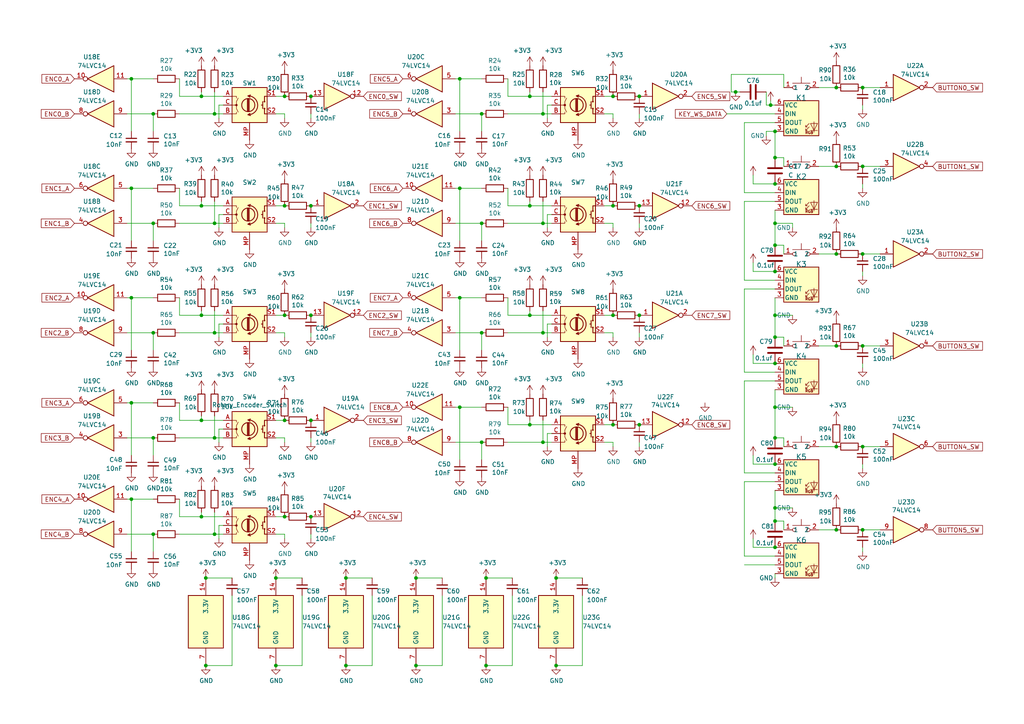
<source format=kicad_sch>
(kicad_sch (version 20231120) (generator "eeschema") (generator_version "8.0")
  (paper "A4")
  (title_block (title "Encoder Board") (date "2020-06-02") (rev "B") (company "Blake Garner"))
  (junction (at 177.8 59.69))
  (junction (at 213.36 26.67))
  (junction (at 44.45 33.02))
  (junction (at 82.55 59.69))
  (junction (at 161.29 193.04))
  (junction (at 177.8 123.19))
  (junction (at 58.42 121.92))
  (junction (at 153.67 27.94))
  (junction (at 44.45 127))
  (junction (at 242.57 25.4))
  (junction (at 157.48 96.52))
  (junction (at 185.42 27.94))
  (junction (at 62.23 64.77))
  (junction (at 185.42 91.44))
  (junction (at 224.79 134.62))
  (junction (at 224.79 53.34))
  (junction (at 90.17 121.92))
  (junction (at 100.33 167.64))
  (junction (at 82.55 149.86))
  (junction (at 185.42 59.69))
  (junction (at 133.35 54.61))
  (junction (at 44.45 154.94))
  (junction (at 177.8 27.94))
  (junction (at 59.69 193.04))
  (junction (at 62.23 154.94))
  (junction (at 38.1 22.86))
  (junction (at 62.23 96.52))
  (junction (at 242.57 100.33))
  (junction (at 224.79 118.11))
  (junction (at 90.17 91.44))
  (junction (at 139.7 96.52))
  (junction (at 58.42 59.69))
  (junction (at 224.79 97.79))
  (junction (at 161.29 167.64))
  (junction (at 250.19 100.33))
  (junction (at 58.42 91.44))
  (junction (at 38.1 86.36))
  (junction (at 157.48 64.77))
  (junction (at 58.42 149.86))
  (junction (at 242.57 129.54))
  (junction (at 224.79 151.13))
  (junction (at 44.45 64.77))
  (junction (at 224.79 147.32))
  (junction (at 224.79 78.74))
  (junction (at 224.79 105.41))
  (junction (at 250.19 153.67))
  (junction (at 242.57 73.66))
  (junction (at 38.1 54.61))
  (junction (at 90.17 27.94))
  (junction (at 250.19 48.26))
  (junction (at 133.35 86.36))
  (junction (at 223.52 30.48))
  (junction (at 100.33 193.04))
  (junction (at 139.7 128.27))
  (junction (at 250.19 73.66))
  (junction (at 82.55 27.94))
  (junction (at 38.1 144.78))
  (junction (at 58.42 27.94))
  (junction (at 80.01 167.64))
  (junction (at 224.79 158.75))
  (junction (at 38.1 116.84))
  (junction (at 120.65 167.64))
  (junction (at 44.45 96.52))
  (junction (at 139.7 64.77))
  (junction (at 242.57 48.26))
  (junction (at 250.19 129.54))
  (junction (at 90.17 59.69))
  (junction (at 157.48 128.27))
  (junction (at 133.35 118.11))
  (junction (at 80.01 193.04))
  (junction (at 224.79 38.1))
  (junction (at 82.55 91.44))
  (junction (at 224.79 64.77))
  (junction (at 153.67 59.69))
  (junction (at 157.48 33.02))
  (junction (at 82.55 121.92))
  (junction (at 224.79 127))
  (junction (at 140.97 167.64))
  (junction (at 224.79 71.12))
  (junction (at 120.65 193.04))
  (junction (at 133.35 22.86))
  (junction (at 62.23 127))
  (junction (at 139.7 33.02))
  (junction (at 140.97 193.04))
  (junction (at 177.8 91.44))
  (junction (at 153.67 123.19))
  (junction (at 153.67 91.44))
  (junction (at 224.79 45.72))
  (junction (at 242.57 153.67))
  (junction (at 224.79 91.44))
  (junction (at 90.17 149.86))
  (junction (at 250.19 25.4))
  (junction (at 59.69 167.64))
  (junction (at 185.42 123.19))
  (junction (at 62.23 33.02))
  (wire (pts (xy 153.67 58.42) (xy 153.67 59.69)))
  (wire (pts (xy 215.9 83.82) (xy 215.9 107.95)))
  (wire (pts (xy 177.8 34.29) (xy 177.8 33.02)))
  (wire (pts (xy 82.55 127) (xy 80.01 127)))
  (wire (pts (xy 132.08 86.36) (xy 133.35 86.36)))
  (wire (pts (xy 63.5 97.79) (xy 63.5 93.98)))
  (wire (pts (xy 158.75 129.54) (xy 158.75 125.73)))
  (wire (pts (xy 62.23 64.77) (xy 64.77 64.77)))
  (wire (pts (xy 215.9 139.7) (xy 215.9 161.29)))
  (wire (pts (xy 158.75 66.04) (xy 158.75 62.23)))
  (wire (pts (xy 147.32 59.69) (xy 153.67 59.69)))
  (wire (pts (xy 227.33 151.13) (xy 224.79 151.13)))
  (wire (pts (xy 82.55 66.04) (xy 82.55 64.77)))
  (wire (pts (xy 227.33 71.12) (xy 224.79 71.12)))
  (wire (pts (xy 133.35 86.36) (xy 139.7 86.36)))
  (wire (pts (xy 128.27 167.64) (xy 120.65 167.64)))
  (wire (pts (xy 58.42 90.17) (xy 58.42 91.44)))
  (wire (pts (xy 82.55 64.77) (xy 80.01 64.77)))
  (wire (pts (xy 147.32 64.77) (xy 157.48 64.77)))
  (wire (pts (xy 148.59 193.04) (xy 140.97 193.04)))
  (wire (pts (xy 63.5 30.48) (xy 64.77 30.48)))
  (wire (pts (xy 67.31 193.04) (xy 59.69 193.04)))
  (wire (pts (xy 58.42 149.86) (xy 64.77 149.86)))
  (wire (pts (xy 250.19 31.75) (xy 250.19 30.48)))
  (wire (pts (xy 139.7 38.1) (xy 139.7 33.02)))
  (wire (pts (xy 218.44 105.41) (xy 224.79 105.41)))
  (wire (pts (xy 132.08 128.27) (xy 139.7 128.27)))
  (wire (pts (xy 147.32 27.94) (xy 147.32 22.86)))
  (wire (pts (xy 224.79 147.32) (xy 229.87 147.32)))
  (wire (pts (xy 58.42 91.44) (xy 64.77 91.44)))
  (wire (pts (xy 58.42 58.42) (xy 58.42 59.69)))
  (wire (pts (xy 229.87 91.44) (xy 224.79 91.44)))
  (wire (pts (xy 153.67 121.92) (xy 153.67 123.19)))
  (wire (pts (xy 218.44 50.8) (xy 218.44 53.34)))
  (wire (pts (xy 227.33 127) (xy 224.79 127)))
  (wire (pts (xy 215.9 161.29) (xy 224.79 161.29)))
  (wire (pts (xy 38.1 160.02) (xy 38.1 144.78)))
  (wire (pts (xy 224.79 110.49) (xy 215.9 110.49)))
  (wire (pts (xy 90.17 34.29) (xy 90.17 33.02)))
  (wire (pts (xy 52.07 64.77) (xy 62.23 64.77)))
  (wire (pts (xy 215.9 110.49) (xy 215.9 137.16)))
  (wire (pts (xy 215.9 35.56) (xy 224.79 35.56)))
  (wire (pts (xy 215.9 81.28) (xy 224.79 81.28)))
  (wire (pts (xy 128.27 172.72) (xy 128.27 193.04)))
  (wire (pts (xy 215.9 55.88) (xy 224.79 55.88)))
  (wire (pts (xy 38.1 86.36) (xy 44.45 86.36)))
  (wire (pts (xy 224.79 118.11) (xy 224.79 127)))
  (wire (pts (xy 36.83 154.94) (xy 44.45 154.94)))
  (wire (pts (xy 250.19 78.74) (xy 250.19 80.01)))
  (wire (pts (xy 224.79 45.72) (xy 227.33 45.72)))
  (wire (pts (xy 44.45 38.1) (xy 44.45 33.02)))
  (wire (pts (xy 250.19 134.62) (xy 250.19 135.89)))
  (wire (pts (xy 177.8 66.04) (xy 177.8 64.77)))
  (wire (pts (xy 139.7 133.35) (xy 139.7 128.27)))
  (wire (pts (xy 90.17 156.21) (xy 90.17 154.94)))
  (wire (pts (xy 87.63 167.64) (xy 80.01 167.64)))
  (wire (pts (xy 157.48 26.67) (xy 157.48 33.02)))
  (wire (pts (xy 148.59 167.64) (xy 140.97 167.64)))
  (wire (pts (xy 223.52 30.48) (xy 224.79 30.48)))
  (wire (pts (xy 132.08 33.02) (xy 139.7 33.02)))
  (wire (pts (xy 62.23 148.59) (xy 62.23 154.94)))
  (wire (pts (xy 133.35 133.35) (xy 133.35 118.11)))
  (wire (pts (xy 36.83 116.84) (xy 38.1 116.84)))
  (wire (pts (xy 44.45 101.6) (xy 44.45 96.52)))
  (wire (pts (xy 218.44 78.74) (xy 224.79 78.74)))
  (wire (pts (xy 177.8 129.54) (xy 177.8 128.27)))
  (wire (pts (xy 250.19 25.4) (xy 255.27 25.4)))
  (wire (pts (xy 82.55 121.92) (xy 80.01 121.92)))
  (wire (pts (xy 132.08 54.61) (xy 133.35 54.61)))
  (wire (pts (xy 224.79 83.82) (xy 215.9 83.82)))
  (wire (pts (xy 107.95 167.64) (xy 100.33 167.64)))
  (wire (pts (xy 52.07 121.92) (xy 58.42 121.92)))
  (wire (pts (xy 215.9 107.95) (xy 224.79 107.95)))
  (wire (pts (xy 90.17 97.79) (xy 90.17 96.52)))
  (wire (pts (xy 63.5 128.27) (xy 63.5 124.46)))
  (wire (pts (xy 87.63 172.72) (xy 87.63 193.04)))
  (wire (pts (xy 227.33 100.33) (xy 227.33 97.79)))
  (wire (pts (xy 218.44 134.62) (xy 224.79 134.62)))
  (wire (pts (xy 213.36 26.67) (xy 214.63 26.67)))
  (wire (pts (xy 82.55 27.94) (xy 80.01 27.94)))
  (wire (pts (xy 185.42 97.79) (xy 185.42 96.52)))
  (wire (pts (xy 62.23 58.42) (xy 62.23 64.77)))
  (wire (pts (xy 58.42 148.59) (xy 58.42 149.86)))
  (wire (pts (xy 147.32 33.02) (xy 157.48 33.02)))
  (wire (pts (xy 36.83 127) (xy 44.45 127)))
  (wire (pts (xy 185.42 34.29) (xy 185.42 33.02)))
  (wire (pts (xy 237.49 129.54) (xy 242.57 129.54)))
  (wire (pts (xy 224.79 58.42) (xy 215.9 58.42)))
  (wire (pts (xy 38.1 38.1) (xy 38.1 22.86)))
  (wire (pts (xy 250.19 54.61) (xy 250.19 53.34)))
  (wire (pts (xy 132.08 118.11) (xy 133.35 118.11)))
  (wire (pts (xy 177.8 128.27) (xy 175.26 128.27)))
  (wire (pts (xy 168.91 167.64) (xy 161.29 167.64)))
  (wire (pts (xy 52.07 91.44) (xy 58.42 91.44)))
  (wire (pts (xy 62.23 96.52) (xy 64.77 96.52)))
  (wire (pts (xy 224.79 147.32) (xy 224.79 151.13)))
  (wire (pts (xy 62.23 154.94) (xy 64.77 154.94)))
  (wire (pts (xy 218.44 78.74) (xy 218.44 76.2)))
  (wire (pts (xy 38.1 101.6) (xy 38.1 86.36)))
  (wire (pts (xy 63.5 156.21) (xy 63.5 152.4)))
  (wire (pts (xy 63.5 124.46) (xy 64.77 124.46)))
  (wire (pts (xy 158.75 62.23) (xy 160.02 62.23)))
  (wire (pts (xy 62.23 26.67) (xy 62.23 33.02)))
  (wire (pts (xy 36.83 86.36) (xy 38.1 86.36)))
  (wire (pts (xy 63.5 34.29) (xy 63.5 30.48)))
  (wire (pts (xy 218.44 158.75) (xy 224.79 158.75)))
  (wire (pts (xy 67.31 167.64) (xy 59.69 167.64)))
  (wire (pts (xy 153.67 91.44) (xy 160.02 91.44)))
  (wire (pts (xy 250.19 106.68) (xy 250.19 105.41)))
  (wire (pts (xy 132.08 96.52) (xy 139.7 96.52)))
  (wire (pts (xy 212.09 21.59) (xy 227.33 21.59)))
  (wire (pts (xy 157.48 90.17) (xy 157.48 96.52)))
  (wire (pts (xy 52.07 149.86) (xy 52.07 144.78)))
  (wire (pts (xy 82.55 149.86) (xy 80.01 149.86)))
  (wire (pts (xy 147.32 91.44) (xy 153.67 91.44)))
  (wire (pts (xy 229.87 64.77) (xy 224.79 64.77)))
  (wire (pts (xy 237.49 73.66) (xy 242.57 73.66)))
  (wire (pts (xy 222.25 38.1) (xy 224.79 38.1)))
  (wire (pts (xy 222.25 38.1) (xy 222.25 39.37)))
  (wire (pts (xy 52.07 121.92) (xy 52.07 116.84)))
  (wire (pts (xy 147.32 123.19) (xy 147.32 118.11)))
  (wire (pts (xy 224.79 86.36) (xy 224.79 91.44)))
  (wire (pts (xy 215.9 137.16) (xy 224.79 137.16)))
  (wire (pts (xy 36.83 144.78) (xy 38.1 144.78)))
  (wire (pts (xy 227.33 153.67) (xy 227.33 151.13)))
  (wire (pts (xy 227.33 21.59) (xy 227.33 25.4)))
  (wire (pts (xy 52.07 127) (xy 62.23 127)))
  (wire (pts (xy 52.07 149.86) (xy 58.42 149.86)))
  (wire (pts (xy 153.67 59.69) (xy 160.02 59.69)))
  (wire (pts (xy 224.79 163.83) (xy 215.9 163.83)))
  (wire (pts (xy 227.33 129.54) (xy 227.33 127)))
  (wire (pts (xy 132.08 22.86) (xy 133.35 22.86)))
  (wire (pts (xy 82.55 128.27) (xy 82.55 127)))
  (wire (pts (xy 177.8 96.52) (xy 175.26 96.52)))
  (wire (pts (xy 153.67 123.19) (xy 160.02 123.19)))
  (wire (pts (xy 52.07 59.69) (xy 52.07 54.61)))
  (wire (pts (xy 158.75 97.79) (xy 158.75 93.98)))
  (wire (pts (xy 36.83 96.52) (xy 44.45 96.52)))
  (wire (pts (xy 237.49 25.4) (xy 242.57 25.4)))
  (wire (pts (xy 36.83 33.02) (xy 44.45 33.02)))
  (wire (pts (xy 133.35 101.6) (xy 133.35 86.36)))
  (wire (pts (xy 62.23 127) (xy 64.77 127)))
  (wire (pts (xy 58.42 26.67) (xy 58.42 27.94)))
  (wire (pts (xy 147.32 123.19) (xy 153.67 123.19)))
  (wire (pts (xy 168.91 172.72) (xy 168.91 193.04)))
  (wire (pts (xy 227.33 73.66) (xy 227.33 71.12)))
  (wire (pts (xy 63.5 66.04) (xy 63.5 62.23)))
  (wire (pts (xy 107.95 172.72) (xy 107.95 193.04)))
  (wire (pts (xy 52.07 27.94) (xy 52.07 22.86)))
  (wire (pts (xy 218.44 158.75) (xy 218.44 156.21)))
  (wire (pts (xy 218.44 53.34) (xy 224.79 53.34)))
  (wire (pts (xy 38.1 54.61) (xy 44.45 54.61)))
  (wire (pts (xy 250.19 73.66) (xy 255.27 73.66)))
  (wire (pts (xy 250.19 153.67) (xy 255.27 153.67)))
  (wire (pts (xy 157.48 96.52) (xy 160.02 96.52)))
  (wire (pts (xy 63.5 93.98) (xy 64.77 93.98)))
  (wire (pts (xy 168.91 193.04) (xy 161.29 193.04)))
  (wire (pts (xy 139.7 69.85) (xy 139.7 64.77)))
  (wire (pts (xy 177.8 97.79) (xy 177.8 96.52)))
  (wire (pts (xy 222.25 26.67) (xy 222.25 30.48)))
  (wire (pts (xy 153.67 27.94) (xy 160.02 27.94)))
  (wire (pts (xy 158.75 125.73) (xy 160.02 125.73)))
  (wire (pts (xy 177.8 91.44) (xy 175.26 91.44)))
  (wire (pts (xy 62.23 33.02) (xy 64.77 33.02)))
  (wire (pts (xy 185.42 129.54) (xy 185.42 128.27)))
  (wire (pts (xy 63.5 62.23) (xy 64.77 62.23)))
  (wire (pts (xy 223.52 29.21) (xy 223.52 30.48)))
  (wire (pts (xy 36.83 22.86) (xy 38.1 22.86)))
  (wire (pts (xy 218.44 132.08) (xy 218.44 134.62)))
  (wire (pts (xy 133.35 118.11) (xy 139.7 118.11)))
  (wire (pts (xy 90.17 66.04) (xy 90.17 64.77)))
  (wire (pts (xy 224.79 38.1) (xy 224.79 45.72)))
  (wire (pts (xy 82.55 34.29) (xy 82.55 33.02)))
  (wire (pts (xy 185.42 66.04) (xy 185.42 64.77)))
  (wire (pts (xy 148.59 172.72) (xy 148.59 193.04)))
  (wire (pts (xy 38.1 116.84) (xy 44.45 116.84)))
  (wire (pts (xy 52.07 33.02) (xy 62.23 33.02)))
  (wire (pts (xy 157.48 64.77) (xy 160.02 64.77)))
  (wire (pts (xy 38.1 132.08) (xy 38.1 116.84)))
  (wire (pts (xy 133.35 38.1) (xy 133.35 22.86)))
  (wire (pts (xy 58.42 27.94) (xy 64.77 27.94)))
  (wire (pts (xy 38.1 144.78) (xy 44.45 144.78)))
  (wire (pts (xy 82.55 154.94) (xy 80.01 154.94)))
  (wire (pts (xy 157.48 33.02) (xy 160.02 33.02)))
  (wire (pts (xy 52.07 154.94) (xy 62.23 154.94)))
  (wire (pts (xy 250.19 160.02) (xy 250.19 158.75)))
  (wire (pts (xy 58.42 121.92) (xy 64.77 121.92)))
  (wire (pts (xy 36.83 64.77) (xy 44.45 64.77)))
  (wire (pts (xy 82.55 33.02) (xy 80.01 33.02)))
  (wire (pts (xy 227.33 45.72) (xy 227.33 48.26)))
  (wire (pts (xy 229.87 66.04) (xy 229.87 64.77)))
  (wire (pts (xy 158.75 30.48) (xy 160.02 30.48)))
  (wire (pts (xy 62.23 90.17) (xy 62.23 96.52)))
  (wire (pts (xy 210.82 33.02) (xy 224.79 33.02)))
  (wire (pts (xy 44.45 69.85) (xy 44.45 64.77)))
  (wire (pts (xy 153.67 26.67) (xy 153.67 27.94)))
  (wire (pts (xy 224.79 142.24) (xy 224.79 147.32)))
  (wire (pts (xy 212.09 26.67) (xy 213.36 26.67)))
  (wire (pts (xy 177.8 64.77) (xy 175.26 64.77)))
  (wire (pts (xy 177.8 123.19) (xy 175.26 123.19)))
  (wire (pts (xy 107.95 193.04) (xy 100.33 193.04)))
  (wire (pts (xy 38.1 69.85) (xy 38.1 54.61)))
  (wire (pts (xy 82.55 156.21) (xy 82.55 154.94)))
  (wire (pts (xy 82.55 97.79) (xy 82.55 96.52)))
  (wire (pts (xy 52.07 27.94) (xy 58.42 27.94)))
  (wire (pts (xy 58.42 59.69) (xy 64.77 59.69)))
  (wire (pts (xy 215.9 35.56) (xy 215.9 55.88)))
  (wire (pts (xy 82.55 96.52) (xy 80.01 96.52)))
  (wire (pts (xy 153.67 90.17) (xy 153.67 91.44)))
  (wire (pts (xy 147.32 128.27) (xy 157.48 128.27)))
  (wire (pts (xy 224.79 91.44) (xy 224.79 97.79)))
  (wire (pts (xy 157.48 128.27) (xy 160.02 128.27)))
  (wire (pts (xy 44.45 132.08) (xy 44.45 127)))
  (wire (pts (xy 157.48 58.42) (xy 157.48 64.77)))
  (wire (pts (xy 222.25 30.48) (xy 223.52 30.48)))
  (wire (pts (xy 147.32 91.44) (xy 147.32 86.36)))
  (wire (pts (xy 44.45 160.02) (xy 44.45 154.94)))
  (wire (pts (xy 157.48 121.92) (xy 157.48 128.27)))
  (wire (pts (xy 90.17 128.27) (xy 90.17 127)))
  (wire (pts (xy 147.32 96.52) (xy 157.48 96.52)))
  (wire (pts (xy 237.49 48.26) (xy 242.57 48.26)))
  (wire (pts (xy 139.7 101.6) (xy 139.7 96.52)))
  (wire (pts (xy 237.49 100.33) (xy 242.57 100.33)))
  (wire (pts (xy 38.1 22.86) (xy 44.45 22.86)))
  (wire (pts (xy 133.35 69.85) (xy 133.35 54.61)))
  (wire (pts (xy 224.79 139.7) (xy 215.9 139.7)))
  (wire (pts (xy 224.79 64.77) (xy 224.79 71.12)))
  (wire (pts (xy 147.32 27.94) (xy 153.67 27.94)))
  (wire (pts (xy 229.87 118.11) (xy 224.79 118.11)))
  (wire (pts (xy 224.79 166.37) (xy 224.79 167.64)))
  (wire (pts (xy 52.07 91.44) (xy 52.07 86.36)))
  (wire (pts (xy 218.44 102.87) (xy 218.44 105.41)))
  (wire (pts (xy 177.8 59.69) (xy 175.26 59.69)))
  (wire (pts (xy 52.07 96.52) (xy 62.23 96.52)))
  (wire (pts (xy 52.07 59.69) (xy 58.42 59.69)))
  (wire (pts (xy 177.8 27.94) (xy 175.26 27.94)))
  (wire (pts (xy 227.33 97.79) (xy 224.79 97.79)))
  (wire (pts (xy 132.08 64.77) (xy 139.7 64.77)))
  (wire (pts (xy 82.55 59.69) (xy 80.01 59.69)))
  (wire (pts (xy 133.35 54.61) (xy 139.7 54.61)))
  (wire (pts (xy 215.9 58.42) (xy 215.9 81.28)))
  (wire (pts (xy 62.23 120.65) (xy 62.23 127)))
  (wire (pts (xy 82.55 91.44) (xy 80.01 91.44)))
  (wire (pts (xy 224.79 60.96) (xy 224.79 64.77)))
  (wire (pts (xy 250.19 48.26) (xy 255.27 48.26)))
  (wire (pts (xy 250.19 100.33) (xy 255.27 100.33)))
  (wire (pts (xy 128.27 193.04) (xy 120.65 193.04)))
  (wire (pts (xy 63.5 152.4) (xy 64.77 152.4)))
  (wire (pts (xy 237.49 153.67) (xy 242.57 153.67)))
  (wire (pts (xy 133.35 22.86) (xy 139.7 22.86)))
  (wire (pts (xy 36.83 54.61) (xy 38.1 54.61)))
  (wire (pts (xy 158.75 34.29) (xy 158.75 30.48)))
  (wire (pts (xy 212.09 21.59) (xy 212.09 26.67)))
  (wire (pts (xy 250.19 129.54) (xy 255.27 129.54)))
  (wire (pts (xy 177.8 33.02) (xy 175.26 33.02)))
  (wire (pts (xy 224.79 113.03) (xy 224.79 118.11)))
  (wire (pts (xy 67.31 172.72) (xy 67.31 193.04)))
  (wire (pts (xy 158.75 93.98) (xy 160.02 93.98)))
  (wire (pts (xy 87.63 193.04) (xy 80.01 193.04)))
  (wire (pts (xy 147.32 59.69) (xy 147.32 54.61)))
  (wire (pts (xy 58.42 120.65) (xy 58.42 121.92)))
  (global_label "ENC7_B" (shape input) (at 116.84 96.52 180) (property "Intersheetrefs" "${INTERSHEET_REFS}" (effects (hide yes))))
  (global_label "ENC5_B" (shape input) (at 116.84 33.02 180) (property "Intersheetrefs" "${INTERSHEET_REFS}" (effects (hide yes))))
  (global_label "ENC7_SW" (shape input) (at 200.66 91.44 0) (property "Intersheetrefs" "${INTERSHEET_REFS}" (effects (hide yes))))
  (global_label "ENC1_A" (shape input) (at 21.59 54.61 180) (property "Intersheetrefs" "${INTERSHEET_REFS}" (effects (hide yes))))
  (global_label "ENC1_SW" (shape input) (at 105.41 59.69 0) (property "Intersheetrefs" "${INTERSHEET_REFS}" (effects (hide yes))))
  (global_label "BUTTON1_SW" (shape input) (at 270.51 48.26 0) (property "Intersheetrefs" "${INTERSHEET_REFS}" (effects (hide yes))))
  (global_label "ENC0_SW" (shape input) (at 105.41 27.94 0) (property "Intersheetrefs" "${INTERSHEET_REFS}" (effects (hide yes))))
  (global_label "ENC3_SW" (shape input) (at 105.41 121.92 0) (property "Intersheetrefs" "${INTERSHEET_REFS}" (effects (hide yes))))
  (global_label "KEY_WS_DATA" (shape input) (at 210.82 33.02 180) (property "Intersheetrefs" "${INTERSHEET_REFS}" (effects (hide yes))))
  (global_label "ENC2_A" (shape input) (at 21.59 86.36 180) (property "Intersheetrefs" "${INTERSHEET_REFS}" (effects (hide yes))))
  (global_label "ENC4_SW" (shape input) (at 105.41 149.86 0) (property "Intersheetrefs" "${INTERSHEET_REFS}" (effects (hide yes))))
  (global_label "ENC4_A" (shape input) (at 21.59 144.78 180) (property "Intersheetrefs" "${INTERSHEET_REFS}" (effects (hide yes))))
  (global_label "ENC6_A" (shape input) (at 116.84 54.61 180) (property "Intersheetrefs" "${INTERSHEET_REFS}" (effects (hide yes))))
  (global_label "ENC0_B" (shape input) (at 21.59 33.02 180) (property "Intersheetrefs" "${INTERSHEET_REFS}" (effects (hide yes))))
  (global_label "ENC5_SW" (shape input) (at 200.66 27.94 0) (property "Intersheetrefs" "${INTERSHEET_REFS}" (effects (hide yes))))
  (global_label "BUTTON3_SW" (shape input) (at 270.51 100.33 0) (property "Intersheetrefs" "${INTERSHEET_REFS}" (effects (hide yes))))
  (global_label "ENC6_B" (shape input) (at 116.84 64.77 180) (property "Intersheetrefs" "${INTERSHEET_REFS}" (effects (hide yes))))
  (global_label "ENC5_A" (shape input) (at 116.84 22.86 180) (property "Intersheetrefs" "${INTERSHEET_REFS}" (effects (hide yes))))
  (global_label "ENC2_SW" (shape input) (at 105.41 91.44 0) (property "Intersheetrefs" "${INTERSHEET_REFS}" (effects (hide yes))))
  (global_label "ENC2_B" (shape input) (at 21.59 96.52 180) (property "Intersheetrefs" "${INTERSHEET_REFS}" (effects (hide yes))))
  (global_label "BUTTON4_SW" (shape input) (at 270.51 129.54 0) (property "Intersheetrefs" "${INTERSHEET_REFS}" (effects (hide yes))))
  (global_label "ENC7_A" (shape input) (at 116.84 86.36 180) (property "Intersheetrefs" "${INTERSHEET_REFS}" (effects (hide yes))))
  (global_label "BUTTON5_SW" (shape input) (at 270.51 153.67 0) (property "Intersheetrefs" "${INTERSHEET_REFS}" (effects (hide yes))))
  (global_label "ENC8_A" (shape input) (at 116.84 118.11 180) (property "Intersheetrefs" "${INTERSHEET_REFS}" (effects (hide yes))))
  (global_label "ENC8_SW" (shape input) (at 200.66 123.19 0) (property "Intersheetrefs" "${INTERSHEET_REFS}" (effects (hide yes))))
  (global_label "BUTTON0_SW" (shape input) (at 270.51 25.4 0) (property "Intersheetrefs" "${INTERSHEET_REFS}" (effects (hide yes))))
  (global_label "ENC6_SW" (shape input) (at 200.66 59.69 0) (property "Intersheetrefs" "${INTERSHEET_REFS}" (effects (hide yes))))
  (global_label "ENC0_A" (shape input) (at 21.59 22.86 180) (property "Intersheetrefs" "${INTERSHEET_REFS}" (effects (hide yes))))
  (global_label "ENC1_B" (shape input) (at 21.59 64.77 180) (property "Intersheetrefs" "${INTERSHEET_REFS}" (effects (hide yes))))
  (global_label "BUTTON2_SW" (shape input) (at 270.51 73.66 0) (property "Intersheetrefs" "${INTERSHEET_REFS}" (effects (hide yes))))
  (global_label "ENC4_B" (shape input) (at 21.59 154.94 180) (property "Intersheetrefs" "${INTERSHEET_REFS}" (effects (hide yes))))
  (global_label "ENC3_B" (shape input) (at 21.59 127 180) (property "Intersheetrefs" "${INTERSHEET_REFS}" (effects (hide yes))))
  (global_label "ENC3_A" (shape input) (at 21.59 116.84 180) (property "Intersheetrefs" "${INTERSHEET_REFS}" (effects (hide yes))))
  (global_label "ENC8_B" (shape input) (at 116.84 128.27 180) (property "Intersheetrefs" "${INTERSHEET_REFS}" (effects (hide yes))))
  (symbol (lib_id "EncoderBoard-rescue:Rotary_Encoder_Switch-Switch_BG") (at 72.39 30.48 0) (unit 1)
    (property "Reference" "SW1" (at 72.39 24.13 0))
    (property "Value" "Rotary_Encoder_Switch" (effects (hide yes)))
    (property "Footprint" "Encoder_BG:RotaryEncoder_Bourns_PEC12R-4x20k-Sxxxx-Switch_Vertical_H20mm" (effects (hide yes)))
    (property "Datasheet" "https://www.bourns.com/docs/Product-Datasheets/PEC12R.pdf" (effects (hide yes)))
    (property "MFR" "Bourns Inc." (effects (hide yes)))
    (property "MPN" "PEC12R-4025F-S0024" (effects (hide yes)))
  )
  (symbol (lib_id "Device:R") (at 48.26 22.86 270) (unit 1)
    (property "Reference" "R27" (at 48.26 17.6022 90))
    (property "Value" "10k" (at 48.26 19.9136 90))
    (property "Footprint" "Resistor_BG:R_0805_2012Metric" (effects (hide yes)))
    (property "Datasheet" "https://www.yageo.com/upload/media/product/productsearch/datasheet/rchip/PYu-RC_Group_51_RoHS_L_10.pdf" (effects (hide yes)))
    (property "MFR" "Yageo" (effects (hide yes)))
    (property "MPN" "RC0805FR-0710KL" (effects (hide yes)))
  )
  (symbol (lib_id "Device:R") (at 48.26 33.02 270) (unit 1)
    (property "Reference" "R29" (at 48.26 27.7622 90))
    (property "Value" "10k" (at 48.26 30.0736 90))
    (property "Footprint" "Resistor_BG:R_0805_2012Metric" (effects (hide yes)))
    (property "Datasheet" "https://www.yageo.com/upload/media/product/productsearch/datasheet/rchip/PYu-RC_Group_51_RoHS_L_10.pdf" (effects (hide yes)))
    (property "MFR" "Yageo" (effects (hide yes)))
    (property "MPN" "RC0805FR-0710KL" (effects (hide yes)))
  )
  (symbol (lib_id "Device:R") (at 58.42 22.86 0) (unit 1)
    (property "Reference" "R22" (at 57.15 21.59 0) (effects (justify right)))
    (property "Value" "10k" (at 57.15 24.13 0) (effects (justify right)))
    (property "Footprint" "Resistor_BG:R_0805_2012Metric" (effects (hide yes)))
    (property "Datasheet" "https://www.yageo.com/upload/media/product/productsearch/datasheet/rchip/PYu-RC_Group_51_RoHS_L_10.pdf" (effects (hide yes)))
    (property "MFR" "Yageo" (effects (hide yes)))
    (property "MPN" "RC0805FR-0710KL" (effects (hide yes)))
  )
  (symbol (lib_id "Device:R") (at 62.23 22.86 0) (unit 1)
    (property "Reference" "R23" (at 64.008 21.6916 0) (effects (justify left)))
    (property "Value" "10k" (at 64.008 24.003 0) (effects (justify left)))
    (property "Footprint" "Resistor_BG:R_0805_2012Metric" (effects (hide yes)))
    (property "Datasheet" "https://www.yageo.com/upload/media/product/productsearch/datasheet/rchip/PYu-RC_Group_51_RoHS_L_10.pdf" (effects (hide yes)))
    (property "MFR" "Yageo" (effects (hide yes)))
    (property "MPN" "RC0805FR-0710KL" (effects (hide yes)))
  )
  (symbol (lib_id "EncoderBoard-rescue:GND-power") (at 63.5 34.29 0) (unit 1)
    (property "Reference" "#PWR0151" (effects (hide yes)))
    (property "Value" "GND" (at 63.627 38.6842 0))
  )
  (symbol (lib_id "EncoderBoard-rescue:GND-power") (at 82.55 34.29 0) (unit 1)
    (property "Reference" "#PWR0152" (effects (hide yes)))
    (property "Value" "GND" (at 82.677 38.6842 0))
  )
  (symbol (lib_id "Device:C_Small") (at 44.45 40.64 0) (unit 1)
    (property "Reference" "C13" (at 47.371 39.4716 0) (effects (justify left)))
    (property "Value" "10nF" (at 47.371 41.783 0) (effects (justify left)))
    (property "Footprint" "Capacitor_BG:C_0805_2012Metric" (effects (hide yes)))
    (property "Datasheet" "https://media.digikey.com/pdf/Data%20Sheets/Samsung%20PDFs/CL_Series_MLCC_ds.pdf" (effects (hide yes)))
    (property "MPN" "CL21B103KCANNNC" (effects (hide yes)))
    (property "MFR" "Samsung" (effects (hide yes)))
  )
  (symbol (lib_id "Device:C_Small") (at 38.1 40.64 0) (unit 1)
    (property "Reference" "C12" (at 35.56 39.37 0) (effects (justify right)))
    (property "Value" "10nF" (at 35.56 41.91 0) (effects (justify right)))
    (property "Footprint" "Capacitor_BG:C_0805_2012Metric" (effects (hide yes)))
    (property "Datasheet" "https://media.digikey.com/pdf/Data%20Sheets/Samsung%20PDFs/CL_Series_MLCC_ds.pdf" (effects (hide yes)))
    (property "MPN" "CL21B103KCANNNC" (effects (hide yes)))
    (property "MFR" "Samsung" (effects (hide yes)))
  )
  (symbol (lib_id "EncoderBoard-rescue:GND-power") (at 44.45 43.18 0) (unit 1)
    (property "Reference" "#PWR0153" (effects (hide yes)))
    (property "Value" "GND" (at 44.577 47.5742 0))
  )
  (symbol (lib_id "EncoderBoard-rescue:GND-power") (at 38.1 43.18 0) (unit 1)
    (property "Reference" "#PWR0154" (effects (hide yes)))
    (property "Value" "GND" (at 38.227 47.5742 0))
  )
  (symbol (lib_id "EncoderBoard-rescue:+3V3-power") (at 58.42 19.05 0) (unit 1)
    (property "Reference" "#PWR0155" (effects (hide yes)))
    (property "Value" "+3V3" (at 58.801 14.6558 0) (effects (justify right)))
  )
  (symbol (lib_id "EncoderBoard-rescue:+3V3-power") (at 62.23 19.05 0) (unit 1)
    (property "Reference" "#PWR0156" (effects (hide yes)))
    (property "Value" "+3V3" (at 62.611 14.6558 0) (effects (justify left)))
  )
  (symbol (lib_id "EncoderBoard-rescue:Rotary_Encoder_Switch-Switch_BG") (at 72.39 62.23 0) (unit 1)
    (property "Reference" "SW2" (at 72.39 52.9082 0))
    (property "Value" "Rotary_Encoder_Switch" (effects (hide yes)))
    (property "Footprint" "Encoder_BG:RotaryEncoder_Bourns_PEC12R-4x20k-Sxxxx-Switch_Vertical_H20mm" (effects (hide yes)))
    (property "Datasheet" "https://www.bourns.com/docs/Product-Datasheets/PEC12R.pdf" (effects (hide yes)))
    (property "MFR" "Bourns Inc." (effects (hide yes)))
    (property "MPN" "PEC12R-4025F-S0024" (effects (hide yes)))
  )
  (symbol (lib_id "EncoderBoard-rescue:Rotary_Encoder_Switch-Switch_BG") (at 72.39 93.98 0) (unit 1)
    (property "Reference" "SW3" (at 72.39 84.6582 0))
    (property "Value" "Rotary_Encoder_Switch" (effects (hide yes)))
    (property "Footprint" "Encoder_BG:RotaryEncoder_Bourns_PEC12R-4x20k-Sxxxx-Switch_Vertical_H20mm" (effects (hide yes)))
    (property "Datasheet" "https://www.bourns.com/docs/Product-Datasheets/PEC12R.pdf" (effects (hide yes)))
    (property "MFR" "Bourns Inc." (effects (hide yes)))
    (property "MPN" "PEC12R-4025F-S0024" (effects (hide yes)))
  )
  (symbol (lib_id "EncoderBoard-rescue:Rotary_Encoder_Switch-Switch_BG") (at 72.39 124.46 0) (unit 1)
    (property "Reference" "SW4" (at 72.39 115.1382 0))
    (property "Value" "Rotary_Encoder_Switch" (at 72.39 117.4496 0))
    (property "Footprint" "Encoder_BG:RotaryEncoder_Bourns_PEC12R-4x20k-Sxxxx-Switch_Vertical_H20mm" (effects (hide yes)))
    (property "Datasheet" "https://www.bourns.com/docs/Product-Datasheets/PEC12R.pdf" (effects (hide yes)))
    (property "MFR" "Bourns Inc." (effects (hide yes)))
    (property "MPN" "PEC12R-4025F-S0024" (effects (hide yes)))
  )
  (symbol (lib_id "EncoderBoard-rescue:Rotary_Encoder_Switch-Switch_BG") (at 72.39 152.4 0) (unit 1)
    (property "Reference" "SW5" (at 72.39 143.0782 0))
    (property "Value" "Rotary_Encoder_Switch" (effects (hide yes)))
    (property "Footprint" "Encoder_BG:RotaryEncoder_Bourns_PEC12R-4x20k-Sxxxx-Switch_Vertical_H20mm" (effects (hide yes)))
    (property "Datasheet" "https://www.bourns.com/docs/Product-Datasheets/PEC12R.pdf" (effects (hide yes)))
    (property "MFR" "Bourns Inc." (effects (hide yes)))
    (property "MPN" "PEC12R-4025F-S0024" (effects (hide yes)))
  )
  (symbol (lib_id "EncoderBoard-rescue:Rotary_Encoder_Switch-Switch_BG") (at 167.64 30.48 0) (unit 1)
    (property "Reference" "SW6" (at 167.64 21.1582 0))
    (property "Value" "Rotary_Encoder_Switch" (effects (hide yes)))
    (property "Footprint" "Encoder_BG:RotaryEncoder_Bourns_PEC12R-4x20k-Sxxxx-Switch_Vertical_H20mm" (effects (hide yes)))
    (property "Datasheet" "https://www.bourns.com/docs/Product-Datasheets/PEC12R.pdf" (effects (hide yes)))
    (property "MFR" "Bourns Inc." (effects (hide yes)))
    (property "MPN" "PEC12R-4025F-S0024" (effects (hide yes)))
  )
  (symbol (lib_id "EncoderBoard-rescue:Rotary_Encoder_Switch-Switch_BG") (at 167.64 62.23 0) (unit 1)
    (property "Reference" "SW7" (at 167.64 52.9082 0))
    (property "Value" "Rotary_Encoder_Switch" (effects (hide yes)))
    (property "Footprint" "Encoder_BG:RotaryEncoder_Bourns_PEC12R-4x20k-Sxxxx-Switch_Vertical_H20mm" (effects (hide yes)))
    (property "Datasheet" "https://www.bourns.com/docs/Product-Datasheets/PEC12R.pdf" (effects (hide yes)))
    (property "MFR" "Bourns Inc." (effects (hide yes)))
    (property "MPN" "PEC12R-4025F-S0024" (effects (hide yes)))
  )
  (symbol (lib_id "EncoderBoard-rescue:Rotary_Encoder_Switch-Switch_BG") (at 167.64 93.98 0) (unit 1)
    (property "Reference" "SW8" (at 167.64 84.6582 0))
    (property "Value" "Rotary_Encoder_Switch" (effects (hide yes)))
    (property "Footprint" "Encoder_BG:RotaryEncoder_Bourns_PEC12R-4x20k-Sxxxx-Switch_Vertical_H20mm" (effects (hide yes)))
    (property "Datasheet" "https://www.bourns.com/docs/Product-Datasheets/PEC12R.pdf" (effects (hide yes)))
    (property "MFR" "Bourns Inc." (effects (hide yes)))
    (property "MPN" "PEC12R-4025F-S0024" (effects (hide yes)))
  )
  (symbol (lib_id "EncoderBoard-rescue:Rotary_Encoder_Switch-Switch_BG") (at 167.64 125.73 0) (unit 1)
    (property "Reference" "SW9" (at 167.64 116.4082 0))
    (property "Value" "Rotary_Encoder_Switch" (effects (hide yes)))
    (property "Footprint" "Encoder_BG:RotaryEncoder_Bourns_PEC12R-4x20k-Sxxxx-Switch_Vertical_H20mm" (effects (hide yes)))
    (property "Datasheet" "https://www.bourns.com/docs/Product-Datasheets/PEC12R.pdf" (effects (hide yes)))
    (property "MFR" "Bourns Inc." (effects (hide yes)))
    (property "MPN" "PEC12R-4025F-S0024" (effects (hide yes)))
  )
  (symbol (lib_id "EncoderBoard-rescue:GND-power") (at 204.47 116.84 0) (unit 1)
    (property "Reference" "#PWR0207" (effects (hide yes)))
    (property "Value" "GND" (at 204.597 121.2342 0))
  )
  (symbol (lib_id "EncoderBoard-rescue:GND-power") (at 213.36 26.67 0) (unit 1)
    (property "Reference" "#PWR0210" (effects (hide yes)))
    (property "Value" "GND" (at 213.487 31.0642 0))
  )
  (symbol (lib_id "Device:R") (at 82.55 24.13 0) (unit 1)
    (property "Reference" "R30" (at 81.28 22.86 0) (effects (justify right)))
    (property "Value" "10k" (at 81.28 25.4 0) (effects (justify right)))
    (property "Footprint" "Resistor_BG:R_0805_2012Metric" (effects (hide yes)))
    (property "Datasheet" "https://www.yageo.com/upload/media/product/productsearch/datasheet/rchip/PYu-RC_Group_51_RoHS_L_10.pdf" (effects (hide yes)))
    (property "MFR" "Yageo" (effects (hide yes)))
    (property "MPN" "RC0805FR-0710KL" (effects (hide yes)))
  )
  (symbol (lib_id "EncoderBoard-rescue:+3V3-power") (at 82.55 20.32 0) (unit 1)
    (property "Reference" "#PWR07" (effects (hide yes)))
    (property "Value" "+3V3" (at 82.931 15.9258 0))
  )
  (symbol (lib_id "Device:R") (at 86.36 27.94 270) (unit 1)
    (property "Reference" "R33" (at 86.36 22.6822 90))
    (property "Value" "10k" (at 86.36 24.9936 90))
    (property "Footprint" "Resistor_BG:R_0805_2012Metric" (effects (hide yes)))
    (property "Datasheet" "https://www.yageo.com/upload/media/product/productsearch/datasheet/rchip/PYu-RC_Group_51_RoHS_L_10.pdf" (effects (hide yes)))
    (property "MFR" "Yageo" (effects (hide yes)))
    (property "MPN" "RC0805FR-0710KL" (effects (hide yes)))
  )
  (symbol (lib_id "Device:C_Small") (at 90.17 30.48 0) (unit 1)
    (property "Reference" "C14" (at 91.44 31.75 0) (effects (justify left)))
    (property "Value" "100nF" (at 91.44 34.29 0) (effects (justify left)))
    (property "Footprint" "Capacitor_BG:C_0805_2012Metric" (effects (hide yes)))
    (property "Datasheet" "https://media.digikey.com/pdf/Data%20Sheets/Samsung%20PDFs/CL_Series_MLCC_ds.pdf" (effects (hide yes)))
    (property "MFR" "Samsung" (effects (hide yes)))
    (property "MPN" "CL21B104KBCNFNC" (effects (hide yes)))
  )
  (symbol (lib_id "EncoderBoard-rescue:GND-power") (at 90.17 34.29 0) (unit 1)
    (property "Reference" "#PWR09" (effects (hide yes)))
    (property "Value" "GND" (at 90.297 38.6842 0))
  )
  (symbol (lib_id "Device:R") (at 246.38 25.4 270) (unit 1)
    (property "Reference" "R36" (at 246.38 20.1422 90))
    (property "Value" "10k" (at 246.38 22.4536 90))
    (property "Footprint" "Resistor_BG:R_0805_2012Metric" (effects (hide yes)))
    (property "Datasheet" "https://www.yageo.com/upload/media/product/productsearch/datasheet/rchip/PYu-RC_Group_51_RoHS_L_10.pdf" (effects (hide yes)))
    (property "MFR" "Yageo" (effects (hide yes)))
    (property "MPN" "RC0805FR-0710KL" (effects (hide yes)))
  )
  (symbol (lib_id "Device:C_Small") (at 250.19 27.94 0) (unit 1)
    (property "Reference" "C18" (at 253.111 26.7716 0) (effects (justify left)))
    (property "Value" "100nF" (at 253.111 29.083 0) (effects (justify left)))
    (property "Footprint" "Capacitor_BG:C_0805_2012Metric" (effects (hide yes)))
    (property "Datasheet" "https://media.digikey.com/pdf/Data%20Sheets/Samsung%20PDFs/CL_Series_MLCC_ds.pdf" (effects (hide yes)))
    (property "MFR" "Samsung" (effects (hide yes)))
    (property "MPN" "CL21B104KBCNFNC" (effects (hide yes)))
  )
  (symbol (lib_id "EncoderBoard-rescue:GND-power") (at 250.19 31.75 0) (unit 1)
    (property "Reference" "#PWR015" (effects (hide yes)))
    (property "Value" "GND" (at 250.317 36.1442 0))
  )
  (symbol (lib_id "Device:R") (at 246.38 48.26 270) (unit 1)
    (property "Reference" "R53" (at 246.38 43.0022 90))
    (property "Value" "10k" (at 246.38 45.3136 90))
    (property "Footprint" "Resistor_BG:R_0805_2012Metric" (effects (hide yes)))
    (property "Datasheet" "https://www.yageo.com/upload/media/product/productsearch/datasheet/rchip/PYu-RC_Group_51_RoHS_L_10.pdf" (effects (hide yes)))
    (property "MFR" "Yageo" (effects (hide yes)))
    (property "MPN" "RC0805FR-0710KL" (effects (hide yes)))
  )
  (symbol (lib_id "Device:C_Small") (at 250.19 50.8 0) (unit 1)
    (property "Reference" "C25" (at 253.111 49.6316 0) (effects (justify left)))
    (property "Value" "100nF" (at 253.111 51.943 0) (effects (justify left)))
    (property "Footprint" "Capacitor_BG:C_0805_2012Metric" (effects (hide yes)))
    (property "Datasheet" "https://media.digikey.com/pdf/Data%20Sheets/Samsung%20PDFs/CL_Series_MLCC_ds.pdf" (effects (hide yes)))
    (property "MFR" "Samsung" (effects (hide yes)))
    (property "MPN" "CL21B104KBCNFNC" (effects (hide yes)))
  )
  (symbol (lib_id "EncoderBoard-rescue:GND-power") (at 250.19 54.61 0) (unit 1)
    (property "Reference" "#PWR032" (effects (hide yes)))
    (property "Value" "GND" (at 250.317 59.0042 0))
  )
  (symbol (lib_id "Device:R") (at 246.38 73.66 270) (unit 1)
    (property "Reference" "R64" (at 246.38 68.4022 90))
    (property "Value" "10k" (at 246.38 70.7136 90))
    (property "Footprint" "Resistor_BG:R_0805_2012Metric" (effects (hide yes)))
    (property "Datasheet" "https://www.yageo.com/upload/media/product/productsearch/datasheet/rchip/PYu-RC_Group_51_RoHS_L_10.pdf" (effects (hide yes)))
    (property "MFR" "Yageo" (effects (hide yes)))
    (property "MPN" "RC0805FR-0710KL" (effects (hide yes)))
  )
  (symbol (lib_id "Device:C_Small") (at 250.19 76.2 0) (unit 1)
    (property "Reference" "C28" (at 253.111 75.0316 0) (effects (justify left)))
    (property "Value" "100nF" (at 253.111 77.343 0) (effects (justify left)))
    (property "Footprint" "Capacitor_BG:C_0805_2012Metric" (effects (hide yes)))
    (property "Datasheet" "https://media.digikey.com/pdf/Data%20Sheets/Samsung%20PDFs/CL_Series_MLCC_ds.pdf" (effects (hide yes)))
    (property "MFR" "Samsung" (effects (hide yes)))
    (property "MPN" "CL21B104KBCNFNC" (effects (hide yes)))
  )
  (symbol (lib_id "EncoderBoard-rescue:GND-power") (at 250.19 80.01 0) (unit 1)
    (property "Reference" "#PWR045" (effects (hide yes)))
    (property "Value" "GND" (at 250.317 84.4042 0))
  )
  (symbol (lib_id "Device:R") (at 246.38 100.33 270) (unit 1)
    (property "Reference" "R67" (at 246.38 95.0722 90))
    (property "Value" "10k" (at 246.38 97.3836 90))
    (property "Footprint" "Resistor_BG:R_0805_2012Metric" (effects (hide yes)))
    (property "Datasheet" "https://www.yageo.com/upload/media/product/productsearch/datasheet/rchip/PYu-RC_Group_51_RoHS_L_10.pdf" (effects (hide yes)))
    (property "MFR" "Yageo" (effects (hide yes)))
    (property "MPN" "RC0805FR-0710KL" (effects (hide yes)))
  )
  (symbol (lib_id "Device:C_Small") (at 250.19 102.87 0) (unit 1)
    (property "Reference" "C45" (at 253.111 101.7016 0) (effects (justify left)))
    (property "Value" "100nF" (at 253.111 104.013 0) (effects (justify left)))
    (property "Footprint" "Capacitor_BG:C_0805_2012Metric" (effects (hide yes)))
    (property "Datasheet" "https://media.digikey.com/pdf/Data%20Sheets/Samsung%20PDFs/CL_Series_MLCC_ds.pdf" (effects (hide yes)))
    (property "MFR" "Samsung" (effects (hide yes)))
    (property "MPN" "CL21B104KBCNFNC" (effects (hide yes)))
  )
  (symbol (lib_id "EncoderBoard-rescue:GND-power") (at 250.19 106.68 0) (unit 1)
    (property "Reference" "#PWR056" (effects (hide yes)))
    (property "Value" "GND" (at 250.317 111.0742 0))
  )
  (symbol (lib_id "Device:R") (at 246.38 129.54 270) (unit 1)
    (property "Reference" "R80" (at 246.38 124.2822 90))
    (property "Value" "10k" (at 246.38 126.5936 90))
    (property "Footprint" "Resistor_BG:R_0805_2012Metric" (effects (hide yes)))
    (property "Datasheet" "https://www.yageo.com/upload/media/product/productsearch/datasheet/rchip/PYu-RC_Group_51_RoHS_L_10.pdf" (effects (hide yes)))
    (property "MFR" "Yageo" (effects (hide yes)))
    (property "MPN" "RC0805FR-0710KL" (effects (hide yes)))
  )
  (symbol (lib_id "Device:C_Small") (at 250.19 132.08 0) (unit 1)
    (property "Reference" "C52" (at 253.111 130.9116 0) (effects (justify left)))
    (property "Value" "100nF" (at 253.111 133.223 0) (effects (justify left)))
    (property "Footprint" "Capacitor_BG:C_0805_2012Metric" (effects (hide yes)))
    (property "Datasheet" "https://media.digikey.com/pdf/Data%20Sheets/Samsung%20PDFs/CL_Series_MLCC_ds.pdf" (effects (hide yes)))
    (property "MFR" "Samsung" (effects (hide yes)))
    (property "MPN" "CL21B104KBCNFNC" (effects (hide yes)))
  )
  (symbol (lib_id "EncoderBoard-rescue:GND-power") (at 250.19 135.89 0) (unit 1)
    (property "Reference" "#PWR068" (effects (hide yes)))
    (property "Value" "GND" (at 250.317 140.2842 0))
  )
  (symbol (lib_id "Device:R") (at 246.38 153.67 270) (unit 1)
    (property "Reference" "R86" (at 246.38 148.4122 90))
    (property "Value" "10k" (at 246.38 150.7236 90))
    (property "Footprint" "Resistor_BG:R_0805_2012Metric" (effects (hide yes)))
    (property "Datasheet" "https://www.yageo.com/upload/media/product/productsearch/datasheet/rchip/PYu-RC_Group_51_RoHS_L_10.pdf" (effects (hide yes)))
    (property "MFR" "Yageo" (effects (hide yes)))
    (property "MPN" "RC0805FR-0710KL" (effects (hide yes)))
  )
  (symbol (lib_id "Device:C_Small") (at 250.19 156.21 0) (unit 1)
    (property "Reference" "C54" (at 253.111 155.0416 0) (effects (justify left)))
    (property "Value" "100nF" (at 253.111 157.353 0) (effects (justify left)))
    (property "Footprint" "Capacitor_BG:C_0805_2012Metric" (effects (hide yes)))
    (property "Datasheet" "https://media.digikey.com/pdf/Data%20Sheets/Samsung%20PDFs/CL_Series_MLCC_ds.pdf" (effects (hide yes)))
    (property "MFR" "Samsung" (effects (hide yes)))
    (property "MPN" "CL21B104KBCNFNC" (effects (hide yes)))
  )
  (symbol (lib_id "EncoderBoard-rescue:GND-power") (at 250.19 160.02 0) (unit 1)
    (property "Reference" "#PWR072" (effects (hide yes)))
    (property "Value" "GND" (at 250.317 164.4142 0))
  )
  (symbol (lib_id "74xx:74LV14") (at 97.79 59.69 0) (unit 1)
    (property "Reference" "U18" (at 100.33 53.34 0))
    (property "Value" "74LVC14" (at 100.33 55.88 0))
    (property "Footprint" "SOIC_BG:SOIC-14_3.9x8.7mm_P1.27mm" (effects (hide yes)))
    (property "Datasheet" "http://www.ti.com/lit/gpn/sn74LV14" (effects (hide yes)))
    (property "MFR" "Texas Instruments" (effects (hide yes)))
    (property "MPN" "SN74LVC14ADR" (effects (hide yes)))
  )
  (symbol (lib_id "74xx:74LV14") (at 29.21 64.77 180) (unit 2)
    (property "Reference" "U18" (at 26.67 58.42 0))
    (property "Value" "74LVC14" (at 26.67 60.96 0))
    (property "Footprint" "SOIC_BG:SOIC-14_3.9x8.7mm_P1.27mm" (effects (hide yes)))
    (property "Datasheet" "http://www.ti.com/lit/gpn/sn74LV14" (effects (hide yes)))
    (property "MFR" "Texas Instruments" (effects (hide yes)))
    (property "MPN" "SN74LVC14ADR" (effects (hide yes)))
  )
  (symbol (lib_id "74xx:74LV14") (at 29.21 54.61 180) (unit 3)
    (property "Reference" "U18" (at 26.67 48.26 0))
    (property "Value" "74LVC14" (at 26.67 50.8 0))
    (property "Footprint" "SOIC_BG:SOIC-14_3.9x8.7mm_P1.27mm" (effects (hide yes)))
    (property "Datasheet" "http://www.ti.com/lit/gpn/sn74LV14" (effects (hide yes)))
    (property "MFR" "Texas Instruments" (effects (hide yes)))
    (property "MPN" "SN74LVC14ADR" (effects (hide yes)))
  )
  (symbol (lib_id "74xx:74LV14") (at 29.21 96.52 180) (unit 4)
    (property "Reference" "U19" (at 26.67 90.17 0))
    (property "Value" "74LVC14" (at 26.67 92.71 0))
    (property "Footprint" "SOIC_BG:SOIC-14_3.9x8.7mm_P1.27mm" (effects (hide yes)))
    (property "Datasheet" "http://www.ti.com/lit/gpn/sn74LV14" (effects (hide yes)))
    (property "MFR" "Texas Instruments" (effects (hide yes)))
    (property "MPN" "SN74LVC14ADR" (effects (hide yes)))
  )
  (symbol (lib_id "74xx:74LV14") (at 29.21 86.36 180) (unit 5)
    (property "Reference" "U19" (at 26.67 80.01 0))
    (property "Value" "74LVC14" (at 26.67 82.55 0))
    (property "Footprint" "SOIC_BG:SOIC-14_3.9x8.7mm_P1.27mm" (effects (hide yes)))
    (property "Datasheet" "http://www.ti.com/lit/gpn/sn74LV14" (effects (hide yes)))
    (property "MFR" "Texas Instruments" (effects (hide yes)))
    (property "MPN" "SN74LVC14ADR" (effects (hide yes)))
  )
  (symbol (lib_id "74xx:74LV14") (at 97.79 91.44 0) (unit 6)
    (property "Reference" "U19" (at 100.33 85.09 0))
    (property "Value" "74LVC14" (at 100.33 87.63 0))
    (property "Footprint" "SOIC_BG:SOIC-14_3.9x8.7mm_P1.27mm" (effects (hide yes)))
    (property "Datasheet" "http://www.ti.com/lit/gpn/sn74LV14" (effects (hide yes)))
    (property "MFR" "Texas Instruments" (effects (hide yes)))
    (property "MPN" "SN74LVC14ADR" (effects (hide yes)))
  )
  (symbol (lib_id "74xx:74LV14") (at 100.33 180.34 0) (unit 7)
    (property "Reference" "U20" (at 107.95 179.07 0) (effects (justify left)))
    (property "Value" "74LVC14" (at 107.95 181.61 0) (effects (justify left)))
    (property "Footprint" "SOIC_BG:SOIC-14_3.9x8.7mm_P1.27mm" (effects (hide yes)))
    (property "Datasheet" "http://www.ti.com/lit/gpn/sn74LV14" (effects (hide yes)))
    (property "MFR" "Texas Instruments" (effects (hide yes)))
    (property "MPN" "SN74LVC14ADR" (effects (hide yes)))
  )
  (symbol (lib_id "EncoderBoard-rescue:GND-power") (at 72.39 40.64 0) (unit 1)
    (property "Reference" "#PWR0170" (effects (hide yes)))
    (property "Value" "GND" (at 72.517 45.0342 0))
  )
  (symbol (lib_id "EncoderBoard-rescue:GND-power") (at 72.39 72.39 0) (unit 1)
    (property "Reference" "#PWR0171" (effects (hide yes)))
    (property "Value" "GND" (at 72.517 76.7842 0))
  )
  (symbol (lib_id "EncoderBoard-rescue:GND-power") (at 72.39 104.14 0) (unit 1)
    (property "Reference" "#PWR0172" (effects (hide yes)))
    (property "Value" "GND" (at 72.517 108.5342 0))
  )
  (symbol (lib_id "EncoderBoard-rescue:GND-power") (at 72.39 134.62 0) (unit 1)
    (property "Reference" "#PWR0173" (effects (hide yes)))
    (property "Value" "GND" (at 72.517 139.0142 0))
  )
  (symbol (lib_id "EncoderBoard-rescue:GND-power") (at 72.39 162.56 0) (unit 1)
    (property "Reference" "#PWR0174" (effects (hide yes)))
    (property "Value" "GND" (at 72.517 166.9542 0))
  )
  (symbol (lib_id "EncoderBoard-rescue:GND-power") (at 167.64 135.89 0) (unit 1)
    (property "Reference" "#PWR0175" (effects (hide yes)))
    (property "Value" "GND" (at 167.767 140.2842 0))
  )
  (symbol (lib_id "EncoderBoard-rescue:GND-power") (at 167.64 104.14 0) (unit 1)
    (property "Reference" "#PWR0176" (effects (hide yes)))
    (property "Value" "GND" (at 167.767 108.5342 0))
  )
  (symbol (lib_id "EncoderBoard-rescue:GND-power") (at 167.64 72.39 0) (unit 1)
    (property "Reference" "#PWR0177" (effects (hide yes)))
    (property "Value" "GND" (at 167.767 76.7842 0))
  )
  (symbol (lib_id "EncoderBoard-rescue:GND-power") (at 167.64 40.64 0) (unit 1)
    (property "Reference" "#PWR0178" (effects (hide yes)))
    (property "Value" "GND" (at 167.767 45.0342 0))
  )
  (symbol (lib_id "Device:R") (at 48.26 54.61 270) (unit 1)
    (property "Reference" "R37" (at 48.26 49.3522 90))
    (property "Value" "10k" (at 48.26 51.6636 90))
    (property "Footprint" "Resistor_BG:R_0805_2012Metric" (effects (hide yes)))
    (property "Datasheet" "https://www.yageo.com/upload/media/product/productsearch/datasheet/rchip/PYu-RC_Group_51_RoHS_L_10.pdf" (effects (hide yes)))
    (property "MFR" "Yageo" (effects (hide yes)))
    (property "MPN" "RC0805FR-0710KL" (effects (hide yes)))
  )
  (symbol (lib_id "Device:R") (at 48.26 64.77 270) (unit 1)
    (property "Reference" "R50" (at 48.26 59.5122 90))
    (property "Value" "10k" (at 48.26 61.8236 90))
    (property "Footprint" "Resistor_BG:R_0805_2012Metric" (effects (hide yes)))
    (property "Datasheet" "https://www.yageo.com/upload/media/product/productsearch/datasheet/rchip/PYu-RC_Group_51_RoHS_L_10.pdf" (effects (hide yes)))
    (property "MFR" "Yageo" (effects (hide yes)))
    (property "MPN" "RC0805FR-0710KL" (effects (hide yes)))
  )
  (symbol (lib_id "Device:R") (at 58.42 54.61 0) (unit 1)
    (property "Reference" "R39" (at 57.15 53.34 0) (effects (justify right)))
    (property "Value" "10k" (at 57.15 55.88 0) (effects (justify right)))
    (property "Footprint" "Resistor_BG:R_0805_2012Metric" (effects (hide yes)))
    (property "Datasheet" "https://www.yageo.com/upload/media/product/productsearch/datasheet/rchip/PYu-RC_Group_51_RoHS_L_10.pdf" (effects (hide yes)))
    (property "MFR" "Yageo" (effects (hide yes)))
    (property "MPN" "RC0805FR-0710KL" (effects (hide yes)))
  )
  (symbol (lib_id "Device:R") (at 62.23 54.61 0) (unit 1)
    (property "Reference" "R40" (at 64.008 53.4416 0) (effects (justify left)))
    (property "Value" "10k" (at 64.008 55.753 0) (effects (justify left)))
    (property "Footprint" "Resistor_BG:R_0805_2012Metric" (effects (hide yes)))
    (property "Datasheet" "https://www.yageo.com/upload/media/product/productsearch/datasheet/rchip/PYu-RC_Group_51_RoHS_L_10.pdf" (effects (hide yes)))
    (property "MFR" "Yageo" (effects (hide yes)))
    (property "MPN" "RC0805FR-0710KL" (effects (hide yes)))
  )
  (symbol (lib_id "EncoderBoard-rescue:GND-power") (at 63.5 66.04 0) (unit 1)
    (property "Reference" "#PWR022" (effects (hide yes)))
    (property "Value" "GND" (at 63.627 70.4342 0))
  )
  (symbol (lib_id "Device:C_Small") (at 44.45 72.39 0) (unit 1)
    (property "Reference" "C22" (at 47.371 71.2216 0) (effects (justify left)))
    (property "Value" "10nF" (at 47.371 73.533 0) (effects (justify left)))
    (property "Footprint" "Capacitor_BG:C_0805_2012Metric" (effects (hide yes)))
    (property "Datasheet" "https://media.digikey.com/pdf/Data%20Sheets/Samsung%20PDFs/CL_Series_MLCC_ds.pdf" (effects (hide yes)))
    (property "MPN" "CL21B103KCANNNC" (effects (hide yes)))
    (property "MFR" "Samsung" (effects (hide yes)))
  )
  (symbol (lib_id "Device:C_Small") (at 38.1 72.39 0) (unit 1)
    (property "Reference" "C21" (at 35.56 71.12 0) (effects (justify right)))
    (property "Value" "10nF" (at 35.56 73.66 0) (effects (justify right)))
    (property "Footprint" "Capacitor_BG:C_0805_2012Metric" (effects (hide yes)))
    (property "Datasheet" "https://media.digikey.com/pdf/Data%20Sheets/Samsung%20PDFs/CL_Series_MLCC_ds.pdf" (effects (hide yes)))
    (property "MPN" "CL21B103KCANNNC" (effects (hide yes)))
    (property "MFR" "Samsung" (effects (hide yes)))
  )
  (symbol (lib_id "EncoderBoard-rescue:GND-power") (at 44.45 74.93 0) (unit 1)
    (property "Reference" "#PWR029" (effects (hide yes)))
    (property "Value" "GND" (at 44.577 79.3242 0))
  )
  (symbol (lib_id "EncoderBoard-rescue:GND-power") (at 38.1 74.93 0) (unit 1)
    (property "Reference" "#PWR028" (effects (hide yes)))
    (property "Value" "GND" (at 38.227 79.3242 0))
  )
  (symbol (lib_id "EncoderBoard-rescue:+3V3-power") (at 58.42 50.8 0) (unit 1)
    (property "Reference" "#PWR016" (effects (hide yes)))
    (property "Value" "+3V3" (at 58.801 46.4058 0) (effects (justify right)))
  )
  (symbol (lib_id "EncoderBoard-rescue:+3V3-power") (at 62.23 50.8 0) (unit 1)
    (property "Reference" "#PWR017" (effects (hide yes)))
    (property "Value" "+3V3" (at 62.611 46.4058 0) (effects (justify left)))
  )
  (symbol (lib_id "Device:R") (at 48.26 86.36 270) (unit 1)
    (property "Reference" "R54" (at 48.26 81.1022 90))
    (property "Value" "10k" (at 48.26 83.4136 90))
    (property "Footprint" "Resistor_BG:R_0805_2012Metric" (effects (hide yes)))
    (property "Datasheet" "https://www.yageo.com/upload/media/product/productsearch/datasheet/rchip/PYu-RC_Group_51_RoHS_L_10.pdf" (effects (hide yes)))
    (property "MFR" "Yageo" (effects (hide yes)))
    (property "MPN" "RC0805FR-0710KL" (effects (hide yes)))
  )
  (symbol (lib_id "Device:R") (at 48.26 96.52 270) (unit 1)
    (property "Reference" "R65" (at 48.26 91.2622 90))
    (property "Value" "10k" (at 48.26 93.5736 90))
    (property "Footprint" "Resistor_BG:R_0805_2012Metric" (effects (hide yes)))
    (property "Datasheet" "https://www.yageo.com/upload/media/product/productsearch/datasheet/rchip/PYu-RC_Group_51_RoHS_L_10.pdf" (effects (hide yes)))
    (property "MFR" "Yageo" (effects (hide yes)))
    (property "MPN" "RC0805FR-0710KL" (effects (hide yes)))
  )
  (symbol (lib_id "Device:R") (at 58.42 86.36 0) (unit 1)
    (property "Reference" "R55" (at 57.15 85.09 0) (effects (justify right)))
    (property "Value" "10k" (at 57.15 87.63 0) (effects (justify right)))
    (property "Footprint" "Resistor_BG:R_0805_2012Metric" (effects (hide yes)))
    (property "Datasheet" "https://www.yageo.com/upload/media/product/productsearch/datasheet/rchip/PYu-RC_Group_51_RoHS_L_10.pdf" (effects (hide yes)))
    (property "MFR" "Yageo" (effects (hide yes)))
    (property "MPN" "RC0805FR-0710KL" (effects (hide yes)))
  )
  (symbol (lib_id "Device:R") (at 62.23 86.36 0) (unit 1)
    (property "Reference" "R56" (at 64.008 85.1916 0) (effects (justify left)))
    (property "Value" "10k" (at 64.008 87.503 0) (effects (justify left)))
    (property "Footprint" "Resistor_BG:R_0805_2012Metric" (effects (hide yes)))
    (property "Datasheet" "https://www.yageo.com/upload/media/product/productsearch/datasheet/rchip/PYu-RC_Group_51_RoHS_L_10.pdf" (effects (hide yes)))
    (property "MFR" "Yageo" (effects (hide yes)))
    (property "MPN" "RC0805FR-0710KL" (effects (hide yes)))
  )
  (symbol (lib_id "EncoderBoard-rescue:GND-power") (at 63.5 97.79 0) (unit 1)
    (property "Reference" "#PWR039" (effects (hide yes)))
    (property "Value" "GND" (at 63.627 102.1842 0))
  )
  (symbol (lib_id "Device:C_Small") (at 44.45 104.14 0) (unit 1)
    (property "Reference" "C42" (at 47.371 102.9716 0) (effects (justify left)))
    (property "Value" "10nF" (at 47.371 105.283 0) (effects (justify left)))
    (property "Footprint" "Capacitor_BG:C_0805_2012Metric" (effects (hide yes)))
    (property "Datasheet" "https://media.digikey.com/pdf/Data%20Sheets/Samsung%20PDFs/CL_Series_MLCC_ds.pdf" (effects (hide yes)))
    (property "MPN" "CL21B103KCANNNC" (effects (hide yes)))
    (property "MFR" "Samsung" (effects (hide yes)))
  )
  (symbol (lib_id "Device:C_Small") (at 38.1 104.14 0) (unit 1)
    (property "Reference" "C29" (at 35.56 102.87 0) (effects (justify right)))
    (property "Value" "10nF" (at 35.56 105.41 0) (effects (justify right)))
    (property "Footprint" "Capacitor_BG:C_0805_2012Metric" (effects (hide yes)))
    (property "Datasheet" "https://media.digikey.com/pdf/Data%20Sheets/Samsung%20PDFs/CL_Series_MLCC_ds.pdf" (effects (hide yes)))
    (property "MPN" "CL21B103KCANNNC" (effects (hide yes)))
    (property "MFR" "Samsung" (effects (hide yes)))
  )
  (symbol (lib_id "EncoderBoard-rescue:GND-power") (at 44.45 106.68 0) (unit 1)
    (property "Reference" "#PWR047" (effects (hide yes)))
    (property "Value" "GND" (at 44.577 111.0742 0))
  )
  (symbol (lib_id "EncoderBoard-rescue:GND-power") (at 38.1 106.68 0) (unit 1)
    (property "Reference" "#PWR046" (effects (hide yes)))
    (property "Value" "GND" (at 38.227 111.0742 0))
  )
  (symbol (lib_id "EncoderBoard-rescue:+3V3-power") (at 58.42 82.55 0) (unit 1)
    (property "Reference" "#PWR033" (effects (hide yes)))
    (property "Value" "+3V3" (at 58.801 78.1558 0) (effects (justify right)))
  )
  (symbol (lib_id "EncoderBoard-rescue:+3V3-power") (at 62.23 82.55 0) (unit 1)
    (property "Reference" "#PWR034" (effects (hide yes)))
    (property "Value" "+3V3" (at 62.611 78.1558 0) (effects (justify left)))
  )
  (symbol (lib_id "74xx:74LV14") (at 193.04 91.44 0) (unit 1)
    (property "Reference" "U21" (at 195.58 85.09 0))
    (property "Value" "74LVC14" (at 195.58 87.63 0))
    (property "Footprint" "SOIC_BG:SOIC-14_3.9x8.7mm_P1.27mm" (effects (hide yes)))
    (property "Datasheet" "http://www.ti.com/lit/gpn/sn74LV14" (effects (hide yes)))
    (property "MFR" "Texas Instruments" (effects (hide yes)))
    (property "MPN" "SN74LVC14ADR" (effects (hide yes)))
  )
  (symbol (lib_id "74xx:74LV14") (at 124.46 96.52 180) (unit 2)
    (property "Reference" "U21" (at 121.92 90.17 0))
    (property "Value" "74LVC14" (at 121.92 92.71 0))
    (property "Footprint" "SOIC_BG:SOIC-14_3.9x8.7mm_P1.27mm" (effects (hide yes)))
    (property "Datasheet" "http://www.ti.com/lit/gpn/sn74LV14" (effects (hide yes)))
    (property "MFR" "Texas Instruments" (effects (hide yes)))
    (property "MPN" "SN74LVC14ADR" (effects (hide yes)))
  )
  (symbol (lib_id "74xx:74LV14") (at 124.46 128.27 180) (unit 4)
    (property "Reference" "U22" (at 121.92 121.92 0))
    (property "Value" "74LVC14" (at 121.92 124.46 0))
    (property "Footprint" "SOIC_BG:SOIC-14_3.9x8.7mm_P1.27mm" (effects (hide yes)))
    (property "Datasheet" "http://www.ti.com/lit/gpn/sn74LV14" (effects (hide yes)))
    (property "MFR" "Texas Instruments" (effects (hide yes)))
    (property "MPN" "SN74LVC14ADR" (effects (hide yes)))
  )
  (symbol (lib_id "74xx:74LV14") (at 124.46 54.61 180) (unit 5)
    (property "Reference" "U21" (at 121.92 48.26 0))
    (property "Value" "74LVC14" (at 121.92 50.8 0))
    (property "Footprint" "SOIC_BG:SOIC-14_3.9x8.7mm_P1.27mm" (effects (hide yes)))
    (property "Datasheet" "http://www.ti.com/lit/gpn/sn74LV14" (effects (hide yes)))
    (property "MFR" "Texas Instruments" (effects (hide yes)))
    (property "MPN" "SN74LVC14ADR" (effects (hide yes)))
  )
  (symbol (lib_id "Device:R") (at 48.26 116.84 270) (unit 1)
    (property "Reference" "R68" (at 48.26 111.5822 90))
    (property "Value" "10k" (at 48.26 113.8936 90))
    (property "Footprint" "Resistor_BG:R_0805_2012Metric" (effects (hide yes)))
    (property "Datasheet" "https://www.yageo.com/upload/media/product/productsearch/datasheet/rchip/PYu-RC_Group_51_RoHS_L_10.pdf" (effects (hide yes)))
    (property "MFR" "Yageo" (effects (hide yes)))
    (property "MPN" "RC0805FR-0710KL" (effects (hide yes)))
  )
  (symbol (lib_id "Device:R") (at 48.26 127 270) (unit 1)
    (property "Reference" "R78" (at 48.26 121.7422 90))
    (property "Value" "10k" (at 48.26 124.0536 90))
    (property "Footprint" "Resistor_BG:R_0805_2012Metric" (effects (hide yes)))
    (property "Datasheet" "https://www.yageo.com/upload/media/product/productsearch/datasheet/rchip/PYu-RC_Group_51_RoHS_L_10.pdf" (effects (hide yes)))
    (property "MFR" "Yageo" (effects (hide yes)))
    (property "MPN" "RC0805FR-0710KL" (effects (hide yes)))
  )
  (symbol (lib_id "Device:R") (at 58.42 116.84 0) (unit 1)
    (property "Reference" "R69" (at 57.15 115.57 0) (effects (justify right)))
    (property "Value" "10k" (at 57.15 118.11 0) (effects (justify right)))
    (property "Footprint" "Resistor_BG:R_0805_2012Metric" (effects (hide yes)))
    (property "Datasheet" "https://www.yageo.com/upload/media/product/productsearch/datasheet/rchip/PYu-RC_Group_51_RoHS_L_10.pdf" (effects (hide yes)))
    (property "MFR" "Yageo" (effects (hide yes)))
    (property "MPN" "RC0805FR-0710KL" (effects (hide yes)))
  )
  (symbol (lib_id "Device:R") (at 62.23 116.84 0) (unit 1)
    (property "Reference" "R70" (at 64.008 115.6716 0) (effects (justify left)))
    (property "Value" "10k" (at 64.008 117.983 0) (effects (justify left)))
    (property "Footprint" "Resistor_BG:R_0805_2012Metric" (effects (hide yes)))
    (property "Datasheet" "https://www.yageo.com/upload/media/product/productsearch/datasheet/rchip/PYu-RC_Group_51_RoHS_L_10.pdf" (effects (hide yes)))
    (property "MFR" "Yageo" (effects (hide yes)))
    (property "MPN" "RC0805FR-0710KL" (effects (hide yes)))
  )
  (symbol (lib_id "EncoderBoard-rescue:GND-power") (at 63.5 128.27 0) (unit 1)
    (property "Reference" "#PWR057" (effects (hide yes)))
    (property "Value" "GND" (at 63.627 132.6642 0))
  )
  (symbol (lib_id "Device:C_Small") (at 44.45 134.62 0) (unit 1)
    (property "Reference" "C49" (at 47.371 133.4516 0) (effects (justify left)))
    (property "Value" "10nF" (at 47.371 135.763 0) (effects (justify left)))
    (property "Footprint" "Capacitor_BG:C_0805_2012Metric" (effects (hide yes)))
    (property "Datasheet" "https://media.digikey.com/pdf/Data%20Sheets/Samsung%20PDFs/CL_Series_MLCC_ds.pdf" (effects (hide yes)))
    (property "MPN" "CL21B103KCANNNC" (effects (hide yes)))
    (property "MFR" "Samsung" (effects (hide yes)))
  )
  (symbol (lib_id "Device:C_Small") (at 38.1 134.62 0) (unit 1)
    (property "Reference" "C48" (at 35.56 133.35 0) (effects (justify right)))
    (property "Value" "10nF" (at 35.56 135.89 0) (effects (justify right)))
    (property "Footprint" "Capacitor_BG:C_0805_2012Metric" (effects (hide yes)))
    (property "Datasheet" "https://media.digikey.com/pdf/Data%20Sheets/Samsung%20PDFs/CL_Series_MLCC_ds.pdf" (effects (hide yes)))
    (property "MPN" "CL21B103KCANNNC" (effects (hide yes)))
    (property "MFR" "Samsung" (effects (hide yes)))
  )
  (symbol (lib_id "EncoderBoard-rescue:+3V3-power") (at 58.42 113.03 0) (unit 1)
    (property "Reference" "#PWR050" (effects (hide yes)))
    (property "Value" "+3V3" (at 58.801 108.6358 0) (effects (justify right)))
  )
  (symbol (lib_id "EncoderBoard-rescue:+3V3-power") (at 62.23 113.03 0) (unit 1)
    (property "Reference" "#PWR051" (effects (hide yes)))
    (property "Value" "+3V3" (at 62.611 108.6358 0) (effects (justify left)))
  )
  (symbol (lib_id "Device:R") (at 48.26 144.78 270) (unit 1)
    (property "Reference" "R81" (at 48.26 139.5222 90))
    (property "Value" "10k" (at 48.26 141.8336 90))
    (property "Footprint" "Resistor_BG:R_0805_2012Metric" (effects (hide yes)))
    (property "Datasheet" "https://www.yageo.com/upload/media/product/productsearch/datasheet/rchip/PYu-RC_Group_51_RoHS_L_10.pdf" (effects (hide yes)))
    (property "MFR" "Yageo" (effects (hide yes)))
    (property "MPN" "RC0805FR-0710KL" (effects (hide yes)))
  )
  (symbol (lib_id "Device:R") (at 48.26 154.94 270) (unit 1)
    (property "Reference" "R87" (at 48.26 149.6822 90))
    (property "Value" "10k" (at 48.26 151.9936 90))
    (property "Footprint" "Resistor_BG:R_0805_2012Metric" (effects (hide yes)))
    (property "Datasheet" "https://www.yageo.com/upload/media/product/productsearch/datasheet/rchip/PYu-RC_Group_51_RoHS_L_10.pdf" (effects (hide yes)))
    (property "MFR" "Yageo" (effects (hide yes)))
    (property "MPN" "RC0805FR-0710KL" (effects (hide yes)))
  )
  (symbol (lib_id "Device:R") (at 58.42 144.78 0) (unit 1)
    (property "Reference" "R82" (at 57.15 143.51 0) (effects (justify right)))
    (property "Value" "10k" (at 57.15 146.05 0) (effects (justify right)))
    (property "Footprint" "Resistor_BG:R_0805_2012Metric" (effects (hide yes)))
    (property "Datasheet" "https://www.yageo.com/upload/media/product/productsearch/datasheet/rchip/PYu-RC_Group_51_RoHS_L_10.pdf" (effects (hide yes)))
    (property "MFR" "Yageo" (effects (hide yes)))
    (property "MPN" "RC0805FR-0710KL" (effects (hide yes)))
  )
  (symbol (lib_id "Device:R") (at 62.23 144.78 0) (unit 1)
    (property "Reference" "R83" (at 64.008 143.6116 0) (effects (justify left)))
    (property "Value" "10k" (at 64.008 145.923 0) (effects (justify left)))
    (property "Footprint" "Resistor_BG:R_0805_2012Metric" (effects (hide yes)))
    (property "Datasheet" "https://www.yageo.com/upload/media/product/productsearch/datasheet/rchip/PYu-RC_Group_51_RoHS_L_10.pdf" (effects (hide yes)))
    (property "MFR" "Yageo" (effects (hide yes)))
    (property "MPN" "RC0805FR-0710KL" (effects (hide yes)))
  )
  (symbol (lib_id "EncoderBoard-rescue:GND-power") (at 63.5 156.21 0) (unit 1)
    (property "Reference" "#PWR069" (effects (hide yes)))
    (property "Value" "GND" (at 63.627 160.6042 0))
  )
  (symbol (lib_id "Device:C_Small") (at 44.45 162.56 0) (unit 1)
    (property "Reference" "C56" (at 47.371 161.3916 0) (effects (justify left)))
    (property "Value" "10nF" (at 47.371 163.703 0) (effects (justify left)))
    (property "Footprint" "Capacitor_BG:C_0805_2012Metric" (effects (hide yes)))
    (property "Datasheet" "https://media.digikey.com/pdf/Data%20Sheets/Samsung%20PDFs/CL_Series_MLCC_ds.pdf" (effects (hide yes)))
    (property "MPN" "CL21B103KCANNNC" (effects (hide yes)))
    (property "MFR" "Samsung" (effects (hide yes)))
  )
  (symbol (lib_id "Device:C_Small") (at 38.1 162.56 0) (unit 1)
    (property "Reference" "C55" (at 35.56 161.29 0) (effects (justify right)))
    (property "Value" "10nF" (at 35.56 163.83 0) (effects (justify right)))
    (property "Footprint" "Capacitor_BG:C_0805_2012Metric" (effects (hide yes)))
    (property "Datasheet" "https://media.digikey.com/pdf/Data%20Sheets/Samsung%20PDFs/CL_Series_MLCC_ds.pdf" (effects (hide yes)))
    (property "MPN" "CL21B103KCANNNC" (effects (hide yes)))
    (property "MFR" "Samsung" (effects (hide yes)))
  )
  (symbol (lib_id "EncoderBoard-rescue:GND-power") (at 44.45 165.1 0) (unit 1)
    (property "Reference" "#PWR074" (effects (hide yes)))
    (property "Value" "GND" (at 44.577 169.4942 0))
  )
  (symbol (lib_id "EncoderBoard-rescue:GND-power") (at 38.1 165.1 0) (unit 1)
    (property "Reference" "#PWR073" (effects (hide yes)))
    (property "Value" "GND" (at 38.227 169.4942 0))
  )
  (symbol (lib_id "EncoderBoard-rescue:+3V3-power") (at 58.42 140.97 0) (unit 1)
    (property "Reference" "#PWR065" (effects (hide yes)))
    (property "Value" "+3V3" (at 58.801 136.5758 0) (effects (justify right)))
  )
  (symbol (lib_id "EncoderBoard-rescue:+3V3-power") (at 62.23 140.97 0) (unit 1)
    (property "Reference" "#PWR066" (effects (hide yes)))
    (property "Value" "+3V3" (at 62.611 136.5758 0) (effects (justify left)))
  )
  (symbol (lib_id "74xx:74LV14") (at 262.89 73.66 0) (unit 1)
    (property "Reference" "U23" (at 265.43 67.31 0))
    (property "Value" "74LVC14" (at 265.43 69.85 0))
    (property "Footprint" "SOIC_BG:SOIC-14_3.9x8.7mm_P1.27mm" (effects (hide yes)))
    (property "Datasheet" "http://www.ti.com/lit/gpn/sn74LV14" (effects (hide yes)))
    (property "MFR" "Texas Instruments" (effects (hide yes)))
    (property "MPN" "SN74LVC14ADR" (effects (hide yes)))
  )
  (symbol (lib_id "74xx:74LV14") (at 262.89 100.33 0) (unit 2)
    (property "Reference" "U23" (at 266.7 93.98 0))
    (property "Value" "74LVC14" (at 266.7 96.52 0))
    (property "Footprint" "SOIC_BG:SOIC-14_3.9x8.7mm_P1.27mm" (effects (hide yes)))
    (property "Datasheet" "http://www.ti.com/lit/gpn/sn74LV14" (effects (hide yes)))
    (property "MFR" "Texas Instruments" (effects (hide yes)))
    (property "MPN" "SN74LVC14ADR" (effects (hide yes)))
  )
  (symbol (lib_id "74xx:74LV14") (at 29.21 33.02 180) (unit 4)
    (property "Reference" "U18" (at 26.67 26.67 0))
    (property "Value" "74LVC14" (at 26.67 29.21 0))
    (property "Footprint" "SOIC_BG:SOIC-14_3.9x8.7mm_P1.27mm" (effects (hide yes)))
    (property "Datasheet" "http://www.ti.com/lit/gpn/sn74LV14" (effects (hide yes)))
    (property "MFR" "Texas Instruments" (effects (hide yes)))
    (property "MPN" "SN74LVC14ADR" (effects (hide yes)))
  )
  (symbol (lib_id "74xx:74LV14") (at 29.21 22.86 180) (unit 5)
    (property "Reference" "U18" (at 26.67 16.51 0))
    (property "Value" "74LVC14" (at 26.67 19.05 0))
    (property "Footprint" "SOIC_BG:SOIC-14_3.9x8.7mm_P1.27mm" (effects (hide yes)))
    (property "Datasheet" "http://www.ti.com/lit/gpn/sn74LV14" (effects (hide yes)))
    (property "MFR" "Texas Instruments" (effects (hide yes)))
    (property "MPN" "SN74LVC14ADR" (effects (hide yes)))
  )
  (symbol (lib_id "Device:R") (at 143.51 22.86 270) (unit 1)
    (property "Reference" "R24" (at 143.51 17.6022 90))
    (property "Value" "10k" (at 143.51 19.9136 90))
    (property "Footprint" "Resistor_BG:R_0805_2012Metric" (effects (hide yes)))
    (property "Datasheet" "https://www.yageo.com/upload/media/product/productsearch/datasheet/rchip/PYu-RC_Group_51_RoHS_L_10.pdf" (effects (hide yes)))
    (property "MFR" "Yageo" (effects (hide yes)))
    (property "MPN" "RC0805FR-0710KL" (effects (hide yes)))
  )
  (symbol (lib_id "Device:R") (at 143.51 33.02 270) (unit 1)
    (property "Reference" "R35" (at 143.51 27.7622 90))
    (property "Value" "10k" (at 143.51 30.0736 90))
    (property "Footprint" "Resistor_BG:R_0805_2012Metric" (effects (hide yes)))
    (property "Datasheet" "https://www.yageo.com/upload/media/product/productsearch/datasheet/rchip/PYu-RC_Group_51_RoHS_L_10.pdf" (effects (hide yes)))
    (property "MFR" "Yageo" (effects (hide yes)))
    (property "MPN" "RC0805FR-0710KL" (effects (hide yes)))
  )
  (symbol (lib_id "Device:R") (at 153.67 22.86 0) (unit 1)
    (property "Reference" "R25" (at 152.4 21.59 0) (effects (justify right)))
    (property "Value" "10k" (at 152.4 24.13 0) (effects (justify right)))
    (property "Footprint" "Resistor_BG:R_0805_2012Metric" (effects (hide yes)))
    (property "Datasheet" "https://www.yageo.com/upload/media/product/productsearch/datasheet/rchip/PYu-RC_Group_51_RoHS_L_10.pdf" (effects (hide yes)))
    (property "MFR" "Yageo" (effects (hide yes)))
    (property "MPN" "RC0805FR-0710KL" (effects (hide yes)))
  )
  (symbol (lib_id "Device:R") (at 157.48 22.86 0) (unit 1)
    (property "Reference" "R28" (at 159.258 21.6916 0) (effects (justify left)))
    (property "Value" "10k" (at 159.258 24.003 0) (effects (justify left)))
    (property "Footprint" "Resistor_BG:R_0805_2012Metric" (effects (hide yes)))
    (property "Datasheet" "https://www.yageo.com/upload/media/product/productsearch/datasheet/rchip/PYu-RC_Group_51_RoHS_L_10.pdf" (effects (hide yes)))
    (property "MFR" "Yageo" (effects (hide yes)))
    (property "MPN" "RC0805FR-0710KL" (effects (hide yes)))
  )
  (symbol (lib_id "EncoderBoard-rescue:GND-power") (at 158.75 34.29 0) (unit 1)
    (property "Reference" "#PWR010" (effects (hide yes)))
    (property "Value" "GND" (at 158.877 38.6842 0))
  )
  (symbol (lib_id "Device:C_Small") (at 139.7 40.64 0) (unit 1)
    (property "Reference" "C17" (at 142.621 39.4716 0) (effects (justify left)))
    (property "Value" "10nF" (at 142.621 41.783 0) (effects (justify left)))
    (property "Footprint" "Capacitor_BG:C_0805_2012Metric" (effects (hide yes)))
    (property "Datasheet" "https://media.digikey.com/pdf/Data%20Sheets/Samsung%20PDFs/CL_Series_MLCC_ds.pdf" (effects (hide yes)))
    (property "MPN" "CL21B103KCANNNC" (effects (hide yes)))
    (property "MFR" "Samsung" (effects (hide yes)))
  )
  (symbol (lib_id "Device:C_Small") (at 133.35 40.64 0) (unit 1)
    (property "Reference" "C16" (at 130.81 39.37 0) (effects (justify right)))
    (property "Value" "10nF" (at 130.81 41.91 0) (effects (justify right)))
    (property "Footprint" "Capacitor_BG:C_0805_2012Metric" (effects (hide yes)))
    (property "Datasheet" "https://media.digikey.com/pdf/Data%20Sheets/Samsung%20PDFs/CL_Series_MLCC_ds.pdf" (effects (hide yes)))
    (property "MPN" "CL21B103KCANNNC" (effects (hide yes)))
    (property "MFR" "Samsung" (effects (hide yes)))
  )
  (symbol (lib_id "EncoderBoard-rescue:+3V3-power") (at 153.67 19.05 0) (unit 1)
    (property "Reference" "#PWR05" (effects (hide yes)))
    (property "Value" "+3V3" (at 154.051 14.6558 0) (effects (justify right)))
  )
  (symbol (lib_id "EncoderBoard-rescue:+3V3-power") (at 157.48 19.05 0) (unit 1)
    (property "Reference" "#PWR06" (effects (hide yes)))
    (property "Value" "+3V3" (at 157.861 14.6558 0) (effects (justify left)))
  )
  (symbol (lib_id "EncoderBoard-rescue:GND-power") (at 82.55 66.04 0) (unit 1)
    (property "Reference" "#PWR023" (effects (hide yes)))
    (property "Value" "GND" (at 82.677 70.4342 0))
  )
  (symbol (lib_id "Device:R") (at 82.55 55.88 0) (unit 1)
    (property "Reference" "R45" (at 81.28 54.61 0) (effects (justify right)))
    (property "Value" "10k" (at 81.28 57.15 0) (effects (justify right)))
    (property "Footprint" "Resistor_BG:R_0805_2012Metric" (effects (hide yes)))
    (property "Datasheet" "https://www.yageo.com/upload/media/product/productsearch/datasheet/rchip/PYu-RC_Group_51_RoHS_L_10.pdf" (effects (hide yes)))
    (property "MFR" "Yageo" (effects (hide yes)))
    (property "MPN" "RC0805FR-0710KL" (effects (hide yes)))
  )
  (symbol (lib_id "EncoderBoard-rescue:+3V3-power") (at 82.55 52.07 0) (unit 1)
    (property "Reference" "#PWR020" (effects (hide yes)))
    (property "Value" "+3V3" (at 82.931 47.6758 0))
  )
  (symbol (lib_id "Device:R") (at 86.36 59.69 270) (unit 1)
    (property "Reference" "R47" (at 86.36 54.4322 90))
    (property "Value" "10k" (at 86.36 56.7436 90))
    (property "Footprint" "Resistor_BG:R_0805_2012Metric" (effects (hide yes)))
    (property "Datasheet" "https://www.yageo.com/upload/media/product/productsearch/datasheet/rchip/PYu-RC_Group_51_RoHS_L_10.pdf" (effects (hide yes)))
    (property "MFR" "Yageo" (effects (hide yes)))
    (property "MPN" "RC0805FR-0710KL" (effects (hide yes)))
  )
  (symbol (lib_id "Device:C_Small") (at 90.17 62.23 0) (unit 1)
    (property "Reference" "C19" (at 91.44 63.5 0) (effects (justify left)))
    (property "Value" "100nF" (at 91.44 66.04 0) (effects (justify left)))
    (property "Footprint" "Capacitor_BG:C_0805_2012Metric" (effects (hide yes)))
    (property "Datasheet" "https://media.digikey.com/pdf/Data%20Sheets/Samsung%20PDFs/CL_Series_MLCC_ds.pdf" (effects (hide yes)))
    (property "MFR" "Samsung" (effects (hide yes)))
    (property "MPN" "CL21B104KBCNFNC" (effects (hide yes)))
  )
  (symbol (lib_id "EncoderBoard-rescue:GND-power") (at 90.17 66.04 0) (unit 1)
    (property "Reference" "#PWR024" (effects (hide yes)))
    (property "Value" "GND" (at 90.297 70.4342 0))
  )
  (symbol (lib_id "EncoderBoard-rescue:GND-power") (at 82.55 97.79 0) (unit 1)
    (property "Reference" "#PWR040" (effects (hide yes)))
    (property "Value" "GND" (at 82.677 102.1842 0))
  )
  (symbol (lib_id "Device:R") (at 82.55 87.63 0) (unit 1)
    (property "Reference" "R60" (at 81.28 86.36 0) (effects (justify right)))
    (property "Value" "10k" (at 81.28 88.9 0) (effects (justify right)))
    (property "Footprint" "Resistor_BG:R_0805_2012Metric" (effects (hide yes)))
    (property "Datasheet" "https://www.yageo.com/upload/media/product/productsearch/datasheet/rchip/PYu-RC_Group_51_RoHS_L_10.pdf" (effects (hide yes)))
    (property "MFR" "Yageo" (effects (hide yes)))
    (property "MPN" "RC0805FR-0710KL" (effects (hide yes)))
  )
  (symbol (lib_id "EncoderBoard-rescue:+3V3-power") (at 82.55 83.82 0) (unit 1)
    (property "Reference" "#PWR037" (effects (hide yes)))
    (property "Value" "+3V3" (at 82.931 79.4258 0))
  )
  (symbol (lib_id "Device:R") (at 86.36 91.44 270) (unit 1)
    (property "Reference" "R62" (at 86.36 86.1822 90))
    (property "Value" "10k" (at 86.36 88.4936 90))
    (property "Footprint" "Resistor_BG:R_0805_2012Metric" (effects (hide yes)))
    (property "Datasheet" "https://www.yageo.com/upload/media/product/productsearch/datasheet/rchip/PYu-RC_Group_51_RoHS_L_10.pdf" (effects (hide yes)))
    (property "MFR" "Yageo" (effects (hide yes)))
    (property "MPN" "RC0805FR-0710KL" (effects (hide yes)))
  )
  (symbol (lib_id "Device:C_Small") (at 90.17 93.98 0) (unit 1)
    (property "Reference" "C26" (at 91.44 95.25 0) (effects (justify left)))
    (property "Value" "100nF" (at 91.44 97.79 0) (effects (justify left)))
    (property "Footprint" "Capacitor_BG:C_0805_2012Metric" (effects (hide yes)))
    (property "Datasheet" "https://media.digikey.com/pdf/Data%20Sheets/Samsung%20PDFs/CL_Series_MLCC_ds.pdf" (effects (hide yes)))
    (property "MFR" "Samsung" (effects (hide yes)))
    (property "MPN" "CL21B104KBCNFNC" (effects (hide yes)))
  )
  (symbol (lib_id "EncoderBoard-rescue:GND-power") (at 90.17 97.79 0) (unit 1)
    (property "Reference" "#PWR041" (effects (hide yes)))
    (property "Value" "GND" (at 90.297 102.1842 0))
  )
  (symbol (lib_id "74xx:74LV14") (at 124.46 22.86 180) (unit 3)
    (property "Reference" "U20" (at 120.65 16.51 0))
    (property "Value" "74LVC14" (at 120.65 19.05 0))
    (property "Footprint" "SOIC_BG:SOIC-14_3.9x8.7mm_P1.27mm" (effects (hide yes)))
    (property "Datasheet" "http://www.ti.com/lit/gpn/sn74LV14" (effects (hide yes)))
    (property "MFR" "Texas Instruments" (effects (hide yes)))
    (property "MPN" "SN74LVC14ADR" (effects (hide yes)))
  )
  (symbol (lib_id "74xx:74LV14") (at 193.04 59.69 0) (unit 6)
    (property "Reference" "U21" (at 195.58 53.34 0))
    (property "Value" "74LVC14" (at 195.58 55.88 0))
    (property "Footprint" "SOIC_BG:SOIC-14_3.9x8.7mm_P1.27mm" (effects (hide yes)))
    (property "Datasheet" "http://www.ti.com/lit/gpn/sn74LV14" (effects (hide yes)))
    (property "MFR" "Texas Instruments" (effects (hide yes)))
    (property "MPN" "SN74LVC14ADR" (effects (hide yes)))
  )
  (symbol (lib_id "EncoderBoard-rescue:GND-power") (at 82.55 128.27 0) (unit 1)
    (property "Reference" "#PWR058" (effects (hide yes)))
    (property "Value" "GND" (at 82.677 132.6642 0))
  )
  (symbol (lib_id "Device:R") (at 82.55 118.11 0) (unit 1)
    (property "Reference" "R71" (at 81.28 116.84 0) (effects (justify right)))
    (property "Value" "10k" (at 81.28 119.38 0) (effects (justify right)))
    (property "Footprint" "Resistor_BG:R_0805_2012Metric" (effects (hide yes)))
    (property "Datasheet" "https://www.yageo.com/upload/media/product/productsearch/datasheet/rchip/PYu-RC_Group_51_RoHS_L_10.pdf" (effects (hide yes)))
    (property "MFR" "Yageo" (effects (hide yes)))
    (property "MPN" "RC0805FR-0710KL" (effects (hide yes)))
  )
  (symbol (lib_id "EncoderBoard-rescue:+3V3-power") (at 82.55 114.3 0) (unit 1)
    (property "Reference" "#PWR052" (effects (hide yes)))
    (property "Value" "+3V3" (at 82.931 109.9058 0))
  )
  (symbol (lib_id "Device:R") (at 86.36 121.92 270) (unit 1)
    (property "Reference" "R76" (at 86.36 116.6622 90))
    (property "Value" "10k" (at 86.36 118.9736 90))
    (property "Footprint" "Resistor_BG:R_0805_2012Metric" (effects (hide yes)))
    (property "Datasheet" "https://www.yageo.com/upload/media/product/productsearch/datasheet/rchip/PYu-RC_Group_51_RoHS_L_10.pdf" (effects (hide yes)))
    (property "MFR" "Yageo" (effects (hide yes)))
    (property "MPN" "RC0805FR-0710KL" (effects (hide yes)))
  )
  (symbol (lib_id "Device:C_Small") (at 90.17 124.46 0) (unit 1)
    (property "Reference" "C46" (at 91.44 125.73 0) (effects (justify left)))
    (property "Value" "100nF" (at 91.44 128.27 0) (effects (justify left)))
    (property "Footprint" "Capacitor_BG:C_0805_2012Metric" (effects (hide yes)))
    (property "Datasheet" "https://media.digikey.com/pdf/Data%20Sheets/Samsung%20PDFs/CL_Series_MLCC_ds.pdf" (effects (hide yes)))
    (property "MFR" "Samsung" (effects (hide yes)))
    (property "MPN" "CL21B104KBCNFNC" (effects (hide yes)))
  )
  (symbol (lib_id "EncoderBoard-rescue:GND-power") (at 90.17 128.27 0) (unit 1)
    (property "Reference" "#PWR059" (effects (hide yes)))
    (property "Value" "GND" (at 90.297 132.6642 0))
  )
  (symbol (lib_id "EncoderBoard-rescue:GND-power") (at 82.55 156.21 0) (unit 1)
    (property "Reference" "#PWR070" (effects (hide yes)))
    (property "Value" "GND" (at 82.677 160.6042 0))
  )
  (symbol (lib_id "Device:R") (at 82.55 146.05 0) (unit 1)
    (property "Reference" "R84" (at 81.28 144.78 0) (effects (justify right)))
    (property "Value" "10k" (at 81.28 147.32 0) (effects (justify right)))
    (property "Footprint" "Resistor_BG:R_0805_2012Metric" (effects (hide yes)))
    (property "Datasheet" "https://www.yageo.com/upload/media/product/productsearch/datasheet/rchip/PYu-RC_Group_51_RoHS_L_10.pdf" (effects (hide yes)))
    (property "MFR" "Yageo" (effects (hide yes)))
    (property "MPN" "RC0805FR-0710KL" (effects (hide yes)))
  )
  (symbol (lib_id "EncoderBoard-rescue:+3V3-power") (at 82.55 142.24 0) (unit 1)
    (property "Reference" "#PWR067" (effects (hide yes)))
    (property "Value" "+3V3" (at 82.931 137.8458 0))
  )
  (symbol (lib_id "Device:R") (at 86.36 149.86 270) (unit 1)
    (property "Reference" "R85" (at 86.36 144.6022 90))
    (property "Value" "10k" (at 86.36 146.9136 90))
    (property "Footprint" "Resistor_BG:R_0805_2012Metric" (effects (hide yes)))
    (property "Datasheet" "https://www.yageo.com/upload/media/product/productsearch/datasheet/rchip/PYu-RC_Group_51_RoHS_L_10.pdf" (effects (hide yes)))
    (property "MFR" "Yageo" (effects (hide yes)))
    (property "MPN" "RC0805FR-0710KL" (effects (hide yes)))
  )
  (symbol (lib_id "Device:C_Small") (at 90.17 152.4 0) (unit 1)
    (property "Reference" "C53" (at 91.44 153.67 0) (effects (justify left)))
    (property "Value" "100nF" (at 91.44 156.21 0) (effects (justify left)))
    (property "Footprint" "Capacitor_BG:C_0805_2012Metric" (effects (hide yes)))
    (property "Datasheet" "https://media.digikey.com/pdf/Data%20Sheets/Samsung%20PDFs/CL_Series_MLCC_ds.pdf" (effects (hide yes)))
    (property "MFR" "Samsung" (effects (hide yes)))
    (property "MPN" "CL21B104KBCNFNC" (effects (hide yes)))
  )
  (symbol (lib_id "EncoderBoard-rescue:GND-power") (at 90.17 156.21 0) (unit 1)
    (property "Reference" "#PWR071" (effects (hide yes)))
    (property "Value" "GND" (at 90.297 160.6042 0))
  )
  (symbol (lib_id "74xx:74LV14") (at 262.89 129.54 0) (unit 3)
    (property "Reference" "U23" (at 262.89 121.4882 0))
    (property "Value" "74LVC14" (at 262.89 123.7996 0))
    (property "Footprint" "SOIC_BG:SOIC-14_3.9x8.7mm_P1.27mm" (effects (hide yes)))
    (property "Datasheet" "http://www.ti.com/lit/gpn/sn74LV14" (effects (hide yes)))
    (property "MFR" "Texas Instruments" (effects (hide yes)))
    (property "MPN" "SN74LVC14ADR" (effects (hide yes)))
  )
  (symbol (lib_id "74xx:74LV14") (at 97.79 27.94 0) (unit 6)
    (property "Reference" "U18" (at 100.33 21.59 0))
    (property "Value" "74LVC14" (at 100.33 24.13 0))
    (property "Footprint" "SOIC_BG:SOIC-14_3.9x8.7mm_P1.27mm" (effects (hide yes)))
    (property "Datasheet" "http://www.ti.com/lit/gpn/sn74LV14" (effects (hide yes)))
    (property "MFR" "Texas Instruments" (effects (hide yes)))
    (property "MPN" "SN74LVC14ADR" (effects (hide yes)))
  )
  (symbol (lib_id "EncoderBoard-rescue:GND-power") (at 177.8 34.29 0) (unit 1)
    (property "Reference" "#PWR011" (effects (hide yes)))
    (property "Value" "GND" (at 177.927 38.6842 0))
  )
  (symbol (lib_id "Device:R") (at 177.8 24.13 0) (unit 1)
    (property "Reference" "R32" (at 176.53 22.86 0) (effects (justify right)))
    (property "Value" "10k" (at 176.53 25.4 0) (effects (justify right)))
    (property "Footprint" "Resistor_BG:R_0805_2012Metric" (effects (hide yes)))
    (property "Datasheet" "https://www.yageo.com/upload/media/product/productsearch/datasheet/rchip/PYu-RC_Group_51_RoHS_L_10.pdf" (effects (hide yes)))
    (property "MFR" "Yageo" (effects (hide yes)))
    (property "MPN" "RC0805FR-0710KL" (effects (hide yes)))
  )
  (symbol (lib_id "EncoderBoard-rescue:+3V3-power") (at 177.8 20.32 0) (unit 1)
    (property "Reference" "#PWR08" (effects (hide yes)))
    (property "Value" "+3V3" (at 178.181 15.9258 0))
  )
  (symbol (lib_id "Device:R") (at 181.61 27.94 270) (unit 1)
    (property "Reference" "R34" (at 181.61 22.6822 90))
    (property "Value" "10k" (at 181.61 24.9936 90))
    (property "Footprint" "Resistor_BG:R_0805_2012Metric" (effects (hide yes)))
    (property "Datasheet" "https://www.yageo.com/upload/media/product/productsearch/datasheet/rchip/PYu-RC_Group_51_RoHS_L_10.pdf" (effects (hide yes)))
    (property "MFR" "Yageo" (effects (hide yes)))
    (property "MPN" "RC0805FR-0710KL" (effects (hide yes)))
  )
  (symbol (lib_id "Device:C_Small") (at 185.42 30.48 0) (unit 1)
    (property "Reference" "C15" (at 186.69 31.75 0) (effects (justify left)))
    (property "Value" "100nF" (at 186.69 34.29 0) (effects (justify left)))
    (property "Footprint" "Capacitor_BG:C_0805_2012Metric" (effects (hide yes)))
    (property "Datasheet" "https://media.digikey.com/pdf/Data%20Sheets/Samsung%20PDFs/CL_Series_MLCC_ds.pdf" (effects (hide yes)))
    (property "MFR" "Samsung" (effects (hide yes)))
    (property "MPN" "CL21B104KBCNFNC" (effects (hide yes)))
  )
  (symbol (lib_id "EncoderBoard-rescue:GND-power") (at 185.42 34.29 0) (unit 1)
    (property "Reference" "#PWR012" (effects (hide yes)))
    (property "Value" "GND" (at 185.547 38.6842 0))
  )
  (symbol (lib_id "Device:R") (at 143.51 54.61 270) (unit 1)
    (property "Reference" "R42" (at 143.51 49.3522 90))
    (property "Value" "10k" (at 143.51 51.6636 90))
    (property "Footprint" "Resistor_BG:R_0805_2012Metric" (effects (hide yes)))
    (property "Datasheet" "https://www.yageo.com/upload/media/product/productsearch/datasheet/rchip/PYu-RC_Group_51_RoHS_L_10.pdf" (effects (hide yes)))
    (property "MFR" "Yageo" (effects (hide yes)))
    (property "MPN" "RC0805FR-0710KL" (effects (hide yes)))
  )
  (symbol (lib_id "Device:R") (at 143.51 64.77 270) (unit 1)
    (property "Reference" "R52" (at 143.51 59.5122 90))
    (property "Value" "10k" (at 143.51 61.8236 90))
    (property "Footprint" "Resistor_BG:R_0805_2012Metric" (effects (hide yes)))
    (property "Datasheet" "https://www.yageo.com/upload/media/product/productsearch/datasheet/rchip/PYu-RC_Group_51_RoHS_L_10.pdf" (effects (hide yes)))
    (property "MFR" "Yageo" (effects (hide yes)))
    (property "MPN" "RC0805FR-0710KL" (effects (hide yes)))
  )
  (symbol (lib_id "Device:R") (at 153.67 54.61 0) (unit 1)
    (property "Reference" "R43" (at 152.4 53.34 0) (effects (justify right)))
    (property "Value" "10k" (at 152.4 55.88 0) (effects (justify right)))
    (property "Footprint" "Resistor_BG:R_0805_2012Metric" (effects (hide yes)))
    (property "Datasheet" "https://www.yageo.com/upload/media/product/productsearch/datasheet/rchip/PYu-RC_Group_51_RoHS_L_10.pdf" (effects (hide yes)))
    (property "MFR" "Yageo" (effects (hide yes)))
    (property "MPN" "RC0805FR-0710KL" (effects (hide yes)))
  )
  (symbol (lib_id "Device:R") (at 157.48 54.61 0) (unit 1)
    (property "Reference" "R44" (at 159.258 53.4416 0) (effects (justify left)))
    (property "Value" "10k" (at 159.258 55.753 0) (effects (justify left)))
    (property "Footprint" "Resistor_BG:R_0805_2012Metric" (effects (hide yes)))
    (property "Datasheet" "https://www.yageo.com/upload/media/product/productsearch/datasheet/rchip/PYu-RC_Group_51_RoHS_L_10.pdf" (effects (hide yes)))
    (property "MFR" "Yageo" (effects (hide yes)))
    (property "MPN" "RC0805FR-0710KL" (effects (hide yes)))
  )
  (symbol (lib_id "EncoderBoard-rescue:GND-power") (at 158.75 66.04 0) (unit 1)
    (property "Reference" "#PWR025" (effects (hide yes)))
    (property "Value" "GND" (at 158.877 70.4342 0))
  )
  (symbol (lib_id "Device:C_Small") (at 139.7 72.39 0) (unit 1)
    (property "Reference" "C24" (at 142.621 71.2216 0) (effects (justify left)))
    (property "Value" "10nF" (at 142.621 73.533 0) (effects (justify left)))
    (property "Footprint" "Capacitor_BG:C_0805_2012Metric" (effects (hide yes)))
    (property "Datasheet" "https://media.digikey.com/pdf/Data%20Sheets/Samsung%20PDFs/CL_Series_MLCC_ds.pdf" (effects (hide yes)))
    (property "MPN" "CL21B103KCANNNC" (effects (hide yes)))
    (property "MFR" "Samsung" (effects (hide yes)))
  )
  (symbol (lib_id "Device:C_Small") (at 133.35 72.39 0) (unit 1)
    (property "Reference" "C23" (at 130.81 71.12 0) (effects (justify right)))
    (property "Value" "10nF" (at 130.81 73.66 0) (effects (justify right)))
    (property "Footprint" "Capacitor_BG:C_0805_2012Metric" (effects (hide yes)))
    (property "Datasheet" "https://media.digikey.com/pdf/Data%20Sheets/Samsung%20PDFs/CL_Series_MLCC_ds.pdf" (effects (hide yes)))
    (property "MPN" "CL21B103KCANNNC" (effects (hide yes)))
    (property "MFR" "Samsung" (effects (hide yes)))
  )
  (symbol (lib_id "EncoderBoard-rescue:GND-power") (at 139.7 74.93 0) (unit 1)
    (property "Reference" "#PWR031" (effects (hide yes)))
    (property "Value" "GND" (at 139.827 79.3242 0))
  )
  (symbol (lib_id "EncoderBoard-rescue:GND-power") (at 133.35 74.93 0) (unit 1)
    (property "Reference" "#PWR030" (effects (hide yes)))
    (property "Value" "GND" (at 133.477 79.3242 0))
  )
  (symbol (lib_id "EncoderBoard-rescue:+3V3-power") (at 153.67 50.8 0) (unit 1)
    (property "Reference" "#PWR018" (effects (hide yes)))
    (property "Value" "+3V3" (at 154.051 46.4058 0) (effects (justify right)))
  )
  (symbol (lib_id "EncoderBoard-rescue:+3V3-power") (at 157.48 50.8 0) (unit 1)
    (property "Reference" "#PWR019" (effects (hide yes)))
    (property "Value" "+3V3" (at 157.861 46.4058 0) (effects (justify left)))
  )
  (symbol (lib_id "74xx:74LV14") (at 193.04 27.94 0) (unit 1)
    (property "Reference" "U20" (at 196.85 21.59 0))
    (property "Value" "74LVC14" (at 196.85 24.13 0))
    (property "Footprint" "SOIC_BG:SOIC-14_3.9x8.7mm_P1.27mm" (effects (hide yes)))
    (property "Datasheet" "http://www.ti.com/lit/gpn/sn74LV14" (effects (hide yes)))
    (property "MFR" "Texas Instruments" (effects (hide yes)))
    (property "MPN" "SN74LVC14ADR" (effects (hide yes)))
  )
  (symbol (lib_id "74xx:74LV14") (at 29.21 127 180) (unit 2)
    (property "Reference" "U19" (at 26.67 120.65 0))
    (property "Value" "74LVC14" (at 26.67 123.19 0))
    (property "Footprint" "SOIC_BG:SOIC-14_3.9x8.7mm_P1.27mm" (effects (hide yes)))
    (property "Datasheet" "http://www.ti.com/lit/gpn/sn74LV14" (effects (hide yes)))
    (property "MFR" "Texas Instruments" (effects (hide yes)))
    (property "MPN" "SN74LVC14ADR" (effects (hide yes)))
  )
  (symbol (lib_id "74xx:74LV14") (at 29.21 154.94 180) (unit 4)
    (property "Reference" "U20" (at 26.67 148.59 0))
    (property "Value" "74LVC14" (at 26.67 151.13 0))
    (property "Footprint" "SOIC_BG:SOIC-14_3.9x8.7mm_P1.27mm" (effects (hide yes)))
    (property "Datasheet" "http://www.ti.com/lit/gpn/sn74LV14" (effects (hide yes)))
    (property "MFR" "Texas Instruments" (effects (hide yes)))
    (property "MPN" "SN74LVC14ADR" (effects (hide yes)))
  )
  (symbol (lib_id "74xx:74LV14") (at 29.21 144.78 180) (unit 5)
    (property "Reference" "U20" (at 26.67 138.43 0))
    (property "Value" "74LVC14" (at 26.67 140.97 0))
    (property "Footprint" "SOIC_BG:SOIC-14_3.9x8.7mm_P1.27mm" (effects (hide yes)))
    (property "Datasheet" "http://www.ti.com/lit/gpn/sn74LV14" (effects (hide yes)))
    (property "MFR" "Texas Instruments" (effects (hide yes)))
    (property "MPN" "SN74LVC14ADR" (effects (hide yes)))
  )
  (symbol (lib_id "Device:R") (at 143.51 86.36 270) (unit 1)
    (property "Reference" "R57" (at 143.51 81.1022 90))
    (property "Value" "10k" (at 143.51 83.4136 90))
    (property "Footprint" "Resistor_BG:R_0805_2012Metric" (effects (hide yes)))
    (property "Datasheet" "https://www.yageo.com/upload/media/product/productsearch/datasheet/rchip/PYu-RC_Group_51_RoHS_L_10.pdf" (effects (hide yes)))
    (property "MFR" "Yageo" (effects (hide yes)))
    (property "MPN" "RC0805FR-0710KL" (effects (hide yes)))
  )
  (symbol (lib_id "Device:R") (at 143.51 96.52 270) (unit 1)
    (property "Reference" "R66" (at 143.51 91.2622 90))
    (property "Value" "10k" (at 143.51 93.5736 90))
    (property "Footprint" "Resistor_BG:R_0805_2012Metric" (effects (hide yes)))
    (property "Datasheet" "https://www.yageo.com/upload/media/product/productsearch/datasheet/rchip/PYu-RC_Group_51_RoHS_L_10.pdf" (effects (hide yes)))
    (property "MFR" "Yageo" (effects (hide yes)))
    (property "MPN" "RC0805FR-0710KL" (effects (hide yes)))
  )
  (symbol (lib_id "Device:R") (at 153.67 86.36 0) (unit 1)
    (property "Reference" "R58" (at 152.4 85.09 0) (effects (justify right)))
    (property "Value" "10k" (at 152.4 87.63 0) (effects (justify right)))
    (property "Footprint" "Resistor_BG:R_0805_2012Metric" (effects (hide yes)))
    (property "Datasheet" "https://www.yageo.com/upload/media/product/productsearch/datasheet/rchip/PYu-RC_Group_51_RoHS_L_10.pdf" (effects (hide yes)))
    (property "MFR" "Yageo" (effects (hide yes)))
    (property "MPN" "RC0805FR-0710KL" (effects (hide yes)))
  )
  (symbol (lib_id "Device:R") (at 157.48 86.36 0) (unit 1)
    (property "Reference" "R59" (at 159.258 85.1916 0) (effects (justify left)))
    (property "Value" "10k" (at 159.258 87.503 0) (effects (justify left)))
    (property "Footprint" "Resistor_BG:R_0805_2012Metric" (effects (hide yes)))
    (property "Datasheet" "https://www.yageo.com/upload/media/product/productsearch/datasheet/rchip/PYu-RC_Group_51_RoHS_L_10.pdf" (effects (hide yes)))
    (property "MFR" "Yageo" (effects (hide yes)))
    (property "MPN" "RC0805FR-0710KL" (effects (hide yes)))
  )
  (symbol (lib_id "EncoderBoard-rescue:GND-power") (at 158.75 97.79 0) (unit 1)
    (property "Reference" "#PWR042" (effects (hide yes)))
    (property "Value" "GND" (at 158.877 102.1842 0))
  )
  (symbol (lib_id "Device:C_Small") (at 139.7 104.14 0) (unit 1)
    (property "Reference" "C44" (at 142.621 102.9716 0) (effects (justify left)))
    (property "Value" "10nF" (at 142.621 105.283 0) (effects (justify left)))
    (property "Footprint" "Capacitor_BG:C_0805_2012Metric" (effects (hide yes)))
    (property "Datasheet" "https://media.digikey.com/pdf/Data%20Sheets/Samsung%20PDFs/CL_Series_MLCC_ds.pdf" (effects (hide yes)))
    (property "MPN" "CL21B103KCANNNC" (effects (hide yes)))
    (property "MFR" "Samsung" (effects (hide yes)))
  )
  (symbol (lib_id "Device:C_Small") (at 133.35 104.14 0) (unit 1)
    (property "Reference" "C43" (at 130.81 102.87 0) (effects (justify right)))
    (property "Value" "10nF" (at 130.81 105.41 0) (effects (justify right)))
    (property "Footprint" "Capacitor_BG:C_0805_2012Metric" (effects (hide yes)))
    (property "Datasheet" "https://media.digikey.com/pdf/Data%20Sheets/Samsung%20PDFs/CL_Series_MLCC_ds.pdf" (effects (hide yes)))
    (property "MPN" "CL21B103KCANNNC" (effects (hide yes)))
    (property "MFR" "Samsung" (effects (hide yes)))
  )
  (symbol (lib_id "EncoderBoard-rescue:GND-power") (at 139.7 106.68 0) (unit 1)
    (property "Reference" "#PWR049" (effects (hide yes)))
    (property "Value" "GND" (at 139.827 111.0742 0))
  )
  (symbol (lib_id "EncoderBoard-rescue:GND-power") (at 133.35 106.68 0) (unit 1)
    (property "Reference" "#PWR048" (effects (hide yes)))
    (property "Value" "GND" (at 133.477 111.0742 0))
  )
  (symbol (lib_id "EncoderBoard-rescue:+3V3-power") (at 153.67 82.55 0) (unit 1)
    (property "Reference" "#PWR035" (effects (hide yes)))
    (property "Value" "+3V3" (at 154.051 78.1558 0) (effects (justify right)))
  )
  (symbol (lib_id "EncoderBoard-rescue:+3V3-power") (at 157.48 82.55 0) (unit 1)
    (property "Reference" "#PWR036" (effects (hide yes)))
    (property "Value" "+3V3" (at 157.861 78.1558 0) (effects (justify left)))
  )
  (symbol (lib_id "Device:R") (at 143.51 118.11 270) (unit 1)
    (property "Reference" "R72" (at 143.51 112.8522 90))
    (property "Value" "10k" (at 143.51 115.1636 90))
    (property "Footprint" "Resistor_BG:R_0805_2012Metric" (effects (hide yes)))
    (property "Datasheet" "https://www.yageo.com/upload/media/product/productsearch/datasheet/rchip/PYu-RC_Group_51_RoHS_L_10.pdf" (effects (hide yes)))
    (property "MFR" "Yageo" (effects (hide yes)))
    (property "MPN" "RC0805FR-0710KL" (effects (hide yes)))
  )
  (symbol (lib_id "Device:R") (at 143.51 128.27 270) (unit 1)
    (property "Reference" "R79" (at 143.51 123.0122 90))
    (property "Value" "10k" (at 143.51 125.3236 90))
    (property "Footprint" "Resistor_BG:R_0805_2012Metric" (effects (hide yes)))
    (property "Datasheet" "https://www.yageo.com/upload/media/product/productsearch/datasheet/rchip/PYu-RC_Group_51_RoHS_L_10.pdf" (effects (hide yes)))
    (property "MFR" "Yageo" (effects (hide yes)))
    (property "MPN" "RC0805FR-0710KL" (effects (hide yes)))
  )
  (symbol (lib_id "Device:R") (at 153.67 118.11 0) (unit 1)
    (property "Reference" "R73" (at 152.4 116.84 0) (effects (justify right)))
    (property "Value" "10k" (at 152.4 119.38 0) (effects (justify right)))
    (property "Footprint" "Resistor_BG:R_0805_2012Metric" (effects (hide yes)))
    (property "Datasheet" "https://www.yageo.com/upload/media/product/productsearch/datasheet/rchip/PYu-RC_Group_51_RoHS_L_10.pdf" (effects (hide yes)))
    (property "MFR" "Yageo" (effects (hide yes)))
    (property "MPN" "RC0805FR-0710KL" (effects (hide yes)))
  )
  (symbol (lib_id "Device:R") (at 157.48 118.11 0) (unit 1)
    (property "Reference" "R74" (at 159.258 116.9416 0) (effects (justify left)))
    (property "Value" "10k" (at 159.258 119.253 0) (effects (justify left)))
    (property "Footprint" "Resistor_BG:R_0805_2012Metric" (effects (hide yes)))
    (property "Datasheet" "https://www.yageo.com/upload/media/product/productsearch/datasheet/rchip/PYu-RC_Group_51_RoHS_L_10.pdf" (effects (hide yes)))
    (property "MFR" "Yageo" (effects (hide yes)))
    (property "MPN" "RC0805FR-0710KL" (effects (hide yes)))
  )
  (symbol (lib_id "EncoderBoard-rescue:GND-power") (at 158.75 129.54 0) (unit 1)
    (property "Reference" "#PWR060" (effects (hide yes)))
    (property "Value" "GND" (at 158.877 133.9342 0))
  )
  (symbol (lib_id "Device:C_Small") (at 139.7 135.89 0) (unit 1)
    (property "Reference" "C51" (at 142.621 134.7216 0) (effects (justify left)))
    (property "Value" "10nF" (at 142.621 137.033 0) (effects (justify left)))
    (property "Footprint" "Capacitor_BG:C_0805_2012Metric" (effects (hide yes)))
    (property "Datasheet" "https://media.digikey.com/pdf/Data%20Sheets/Samsung%20PDFs/CL_Series_MLCC_ds.pdf" (effects (hide yes)))
    (property "MPN" "CL21B103KCANNNC" (effects (hide yes)))
    (property "MFR" "Samsung" (effects (hide yes)))
  )
  (symbol (lib_id "Device:C_Small") (at 133.35 135.89 0) (unit 1)
    (property "Reference" "C50" (at 130.81 134.62 0) (effects (justify right)))
    (property "Value" "10nF" (at 130.81 137.16 0) (effects (justify right)))
    (property "Footprint" "Capacitor_BG:C_0805_2012Metric" (effects (hide yes)))
    (property "Datasheet" "https://media.digikey.com/pdf/Data%20Sheets/Samsung%20PDFs/CL_Series_MLCC_ds.pdf" (effects (hide yes)))
    (property "MPN" "CL21B103KCANNNC" (effects (hide yes)))
    (property "MFR" "Samsung" (effects (hide yes)))
  )
  (symbol (lib_id "EncoderBoard-rescue:GND-power") (at 139.7 138.43 0) (unit 1)
    (property "Reference" "#PWR064" (effects (hide yes)))
    (property "Value" "GND" (at 139.827 142.8242 0))
  )
  (symbol (lib_id "EncoderBoard-rescue:GND-power") (at 133.35 138.43 0) (unit 1)
    (property "Reference" "#PWR063" (effects (hide yes)))
    (property "Value" "GND" (at 133.477 142.8242 0))
  )
  (symbol (lib_id "EncoderBoard-rescue:+3V3-power") (at 153.67 114.3 0) (unit 1)
    (property "Reference" "#PWR053" (effects (hide yes)))
    (property "Value" "+3V3" (at 154.051 109.9058 0) (effects (justify right)))
  )
  (symbol (lib_id "EncoderBoard-rescue:+3V3-power") (at 157.48 114.3 0) (unit 1)
    (property "Reference" "#PWR054" (effects (hide yes)))
    (property "Value" "+3V3" (at 157.861 109.9058 0) (effects (justify left)))
  )
  (symbol (lib_id "74xx:74LV14") (at 262.89 25.4 0) (unit 1)
    (property "Reference" "U22" (at 265.43 19.05 0))
    (property "Value" "74LVC14" (at 265.43 21.59 0))
    (property "Footprint" "SOIC_BG:SOIC-14_3.9x8.7mm_P1.27mm" (effects (hide yes)))
    (property "Datasheet" "http://www.ti.com/lit/gpn/sn74LV14" (effects (hide yes)))
    (property "MFR" "Texas Instruments" (effects (hide yes)))
    (property "MPN" "SN74LVC14ADR" (effects (hide yes)))
  )
  (symbol (lib_id "74xx:74LV14") (at 262.89 48.26 0) (unit 2)
    (property "Reference" "U22" (at 265.43 41.91 0))
    (property "Value" "74LVC14" (at 265.43 44.45 0))
    (property "Footprint" "SOIC_BG:SOIC-14_3.9x8.7mm_P1.27mm" (effects (hide yes)))
    (property "Datasheet" "http://www.ti.com/lit/gpn/sn74LV14" (effects (hide yes)))
    (property "MFR" "Texas Instruments" (effects (hide yes)))
    (property "MPN" "SN74LVC14ADR" (effects (hide yes)))
  )
  (symbol (lib_id "EncoderBoard-rescue:GND-power") (at 177.8 66.04 0) (unit 1)
    (property "Reference" "#PWR026" (effects (hide yes)))
    (property "Value" "GND" (at 177.927 70.4342 0))
  )
  (symbol (lib_id "Device:R") (at 177.8 55.88 0) (unit 1)
    (property "Reference" "R46" (at 176.53 54.61 0) (effects (justify right)))
    (property "Value" "10k" (at 176.53 57.15 0) (effects (justify right)))
    (property "Footprint" "Resistor_BG:R_0805_2012Metric" (effects (hide yes)))
    (property "Datasheet" "https://www.yageo.com/upload/media/product/productsearch/datasheet/rchip/PYu-RC_Group_51_RoHS_L_10.pdf" (effects (hide yes)))
    (property "MFR" "Yageo" (effects (hide yes)))
    (property "MPN" "RC0805FR-0710KL" (effects (hide yes)))
  )
  (symbol (lib_id "EncoderBoard-rescue:+3V3-power") (at 177.8 52.07 0) (unit 1)
    (property "Reference" "#PWR021" (effects (hide yes)))
    (property "Value" "+3V3" (at 178.181 47.6758 0))
  )
  (symbol (lib_id "Device:R") (at 181.61 59.69 270) (unit 1)
    (property "Reference" "R49" (at 181.61 54.4322 90))
    (property "Value" "10k" (at 181.61 56.7436 90))
    (property "Footprint" "Resistor_BG:R_0805_2012Metric" (effects (hide yes)))
    (property "Datasheet" "https://www.yageo.com/upload/media/product/productsearch/datasheet/rchip/PYu-RC_Group_51_RoHS_L_10.pdf" (effects (hide yes)))
    (property "MFR" "Yageo" (effects (hide yes)))
    (property "MPN" "RC0805FR-0710KL" (effects (hide yes)))
  )
  (symbol (lib_id "Device:C_Small") (at 185.42 62.23 0) (unit 1)
    (property "Reference" "C20" (at 186.69 63.5 0) (effects (justify left)))
    (property "Value" "100nF" (at 186.69 66.04 0) (effects (justify left)))
    (property "Footprint" "Capacitor_BG:C_0805_2012Metric" (effects (hide yes)))
    (property "Datasheet" "https://media.digikey.com/pdf/Data%20Sheets/Samsung%20PDFs/CL_Series_MLCC_ds.pdf" (effects (hide yes)))
    (property "MFR" "Samsung" (effects (hide yes)))
    (property "MPN" "CL21B104KBCNFNC" (effects (hide yes)))
  )
  (symbol (lib_id "EncoderBoard-rescue:GND-power") (at 185.42 66.04 0) (unit 1)
    (property "Reference" "#PWR027" (effects (hide yes)))
    (property "Value" "GND" (at 185.547 70.4342 0))
  )
  (symbol (lib_id "74xx:74LV14") (at 29.21 116.84 180) (unit 3)
    (property "Reference" "U19" (at 26.67 110.49 0))
    (property "Value" "74LVC14" (at 26.67 113.03 0))
    (property "Footprint" "SOIC_BG:SOIC-14_3.9x8.7mm_P1.27mm" (effects (hide yes)))
    (property "Datasheet" "http://www.ti.com/lit/gpn/sn74LV14" (effects (hide yes)))
    (property "MFR" "Texas Instruments" (effects (hide yes)))
    (property "MPN" "SN74LVC14ADR" (effects (hide yes)))
  )
  (symbol (lib_id "74xx:74LV14") (at 97.79 149.86 0) (unit 6)
    (property "Reference" "U20" (at 97.79 141.8082 0))
    (property "Value" "74LVC14" (at 97.79 144.1196 0))
    (property "Footprint" "SOIC_BG:SOIC-14_3.9x8.7mm_P1.27mm" (effects (hide yes)))
    (property "Datasheet" "http://www.ti.com/lit/gpn/sn74LV14" (effects (hide yes)))
    (property "MFR" "Texas Instruments" (effects (hide yes)))
    (property "MPN" "SN74LVC14ADR" (effects (hide yes)))
  )
  (symbol (lib_id "EncoderBoard-rescue:GND-power") (at 177.8 97.79 0) (unit 1)
    (property "Reference" "#PWR043" (effects (hide yes)))
    (property "Value" "GND" (at 177.927 102.1842 0))
  )
  (symbol (lib_id "Device:R") (at 177.8 87.63 0) (unit 1)
    (property "Reference" "R61" (at 176.53 86.36 0) (effects (justify right)))
    (property "Value" "10k" (at 176.53 88.9 0) (effects (justify right)))
    (property "Footprint" "Resistor_BG:R_0805_2012Metric" (effects (hide yes)))
    (property "Datasheet" "https://www.yageo.com/upload/media/product/productsearch/datasheet/rchip/PYu-RC_Group_51_RoHS_L_10.pdf" (effects (hide yes)))
    (property "MFR" "Yageo" (effects (hide yes)))
    (property "MPN" "RC0805FR-0710KL" (effects (hide yes)))
  )
  (symbol (lib_id "EncoderBoard-rescue:+3V3-power") (at 177.8 83.82 0) (unit 1)
    (property "Reference" "#PWR038" (effects (hide yes)))
    (property "Value" "+3V3" (at 178.181 79.4258 0))
  )
  (symbol (lib_id "Device:R") (at 181.61 91.44 270) (unit 1)
    (property "Reference" "R63" (at 181.61 86.1822 90))
    (property "Value" "10k" (at 181.61 88.4936 90))
    (property "Footprint" "Resistor_BG:R_0805_2012Metric" (effects (hide yes)))
    (property "Datasheet" "https://www.yageo.com/upload/media/product/productsearch/datasheet/rchip/PYu-RC_Group_51_RoHS_L_10.pdf" (effects (hide yes)))
    (property "MFR" "Yageo" (effects (hide yes)))
    (property "MPN" "RC0805FR-0710KL" (effects (hide yes)))
  )
  (symbol (lib_id "Device:C_Small") (at 185.42 93.98 0) (unit 1)
    (property "Reference" "C27" (at 186.69 95.25 0) (effects (justify left)))
    (property "Value" "100nF" (at 186.69 97.79 0) (effects (justify left)))
    (property "Footprint" "Capacitor_BG:C_0805_2012Metric" (effects (hide yes)))
    (property "Datasheet" "https://media.digikey.com/pdf/Data%20Sheets/Samsung%20PDFs/CL_Series_MLCC_ds.pdf" (effects (hide yes)))
    (property "MFR" "Samsung" (effects (hide yes)))
    (property "MPN" "CL21B104KBCNFNC" (effects (hide yes)))
  )
  (symbol (lib_id "EncoderBoard-rescue:GND-power") (at 185.42 97.79 0) (unit 1)
    (property "Reference" "#PWR044" (effects (hide yes)))
    (property "Value" "GND" (at 185.547 102.1842 0))
  )
  (symbol (lib_id "EncoderBoard-rescue:GND-power") (at 177.8 129.54 0) (unit 1)
    (property "Reference" "#PWR061" (effects (hide yes)))
    (property "Value" "GND" (at 177.927 133.9342 0))
  )
  (symbol (lib_id "Device:R") (at 177.8 119.38 0) (unit 1)
    (property "Reference" "R75" (at 176.53 118.11 0) (effects (justify right)))
    (property "Value" "10k" (at 176.53 120.65 0) (effects (justify right)))
    (property "Footprint" "Resistor_BG:R_0805_2012Metric" (effects (hide yes)))
    (property "Datasheet" "https://www.yageo.com/upload/media/product/productsearch/datasheet/rchip/PYu-RC_Group_51_RoHS_L_10.pdf" (effects (hide yes)))
    (property "MFR" "Yageo" (effects (hide yes)))
    (property "MPN" "RC0805FR-0710KL" (effects (hide yes)))
  )
  (symbol (lib_id "EncoderBoard-rescue:+3V3-power") (at 177.8 115.57 0) (unit 1)
    (property "Reference" "#PWR055" (effects (hide yes)))
    (property "Value" "+3V3" (at 178.181 111.1758 0))
  )
  (symbol (lib_id "Device:R") (at 181.61 123.19 270) (unit 1)
    (property "Reference" "R77" (at 181.61 117.9322 90))
    (property "Value" "10k" (at 181.61 120.2436 90))
    (property "Footprint" "Resistor_BG:R_0805_2012Metric" (effects (hide yes)))
    (property "Datasheet" "https://www.yageo.com/upload/media/product/productsearch/datasheet/rchip/PYu-RC_Group_51_RoHS_L_10.pdf" (effects (hide yes)))
    (property "MFR" "Yageo" (effects (hide yes)))
    (property "MPN" "RC0805FR-0710KL" (effects (hide yes)))
  )
  (symbol (lib_id "Device:C_Small") (at 185.42 125.73 0) (unit 1)
    (property "Reference" "C47" (at 186.69 127 0) (effects (justify left)))
    (property "Value" "100nF" (at 186.69 129.54 0) (effects (justify left)))
    (property "Footprint" "Capacitor_BG:C_0805_2012Metric" (effects (hide yes)))
    (property "Datasheet" "https://media.digikey.com/pdf/Data%20Sheets/Samsung%20PDFs/CL_Series_MLCC_ds.pdf" (effects (hide yes)))
    (property "MFR" "Samsung" (effects (hide yes)))
    (property "MPN" "CL21B104KBCNFNC" (effects (hide yes)))
  )
  (symbol (lib_id "EncoderBoard-rescue:GND-power") (at 185.42 129.54 0) (unit 1)
    (property "Reference" "#PWR062" (effects (hide yes)))
    (property "Value" "GND" (at 185.547 133.9342 0))
  )
  (symbol (lib_id "74xx:74LV14") (at 262.89 153.67 0) (unit 4)
    (property "Reference" "U23" (at 262.89 145.6182 0))
    (property "Value" "74LVC14" (at 262.89 147.9296 0))
    (property "Footprint" "SOIC_BG:SOIC-14_3.9x8.7mm_P1.27mm" (effects (hide yes)))
    (property "Datasheet" "http://www.ti.com/lit/gpn/sn74LV14" (effects (hide yes)))
    (property "MFR" "Texas Instruments" (effects (hide yes)))
    (property "MPN" "SN74LVC14ADR" (effects (hide yes)))
  )
  (symbol (lib_id "74xx:74LV14") (at 97.79 121.92 0) (unit 1)
    (property "Reference" "U19" (at 101.6 115.57 0))
    (property "Value" "74LVC14" (at 101.6 118.11 0))
    (property "Footprint" "SOIC_BG:SOIC-14_3.9x8.7mm_P1.27mm" (effects (hide yes)))
    (property "Datasheet" "http://www.ti.com/lit/gpn/sn74LV14" (effects (hide yes)))
    (property "MFR" "Texas Instruments" (effects (hide yes)))
    (property "MPN" "SN74LVC14ADR" (effects (hide yes)))
  )
  (symbol (lib_id "74xx:74LV14") (at 124.46 33.02 180) (unit 2)
    (property "Reference" "U20" (at 121.92 26.67 0))
    (property "Value" "74LVC14" (at 121.92 29.21 0))
    (property "Footprint" "SOIC_BG:SOIC-14_3.9x8.7mm_P1.27mm" (effects (hide yes)))
    (property "Datasheet" "http://www.ti.com/lit/gpn/sn74LV14" (effects (hide yes)))
    (property "MFR" "Texas Instruments" (effects (hide yes)))
    (property "MPN" "SN74LVC14ADR" (effects (hide yes)))
  )
  (symbol (lib_id "74xx:74LV14") (at 124.46 86.36 180) (unit 3)
    (property "Reference" "U21" (at 121.92 80.01 0))
    (property "Value" "74LVC14" (at 121.92 82.55 0))
    (property "Footprint" "SOIC_BG:SOIC-14_3.9x8.7mm_P1.27mm" (effects (hide yes)))
    (property "Datasheet" "http://www.ti.com/lit/gpn/sn74LV14" (effects (hide yes)))
    (property "MFR" "Texas Instruments" (effects (hide yes)))
    (property "MPN" "SN74LVC14ADR" (effects (hide yes)))
  )
  (symbol (lib_id "74xx:74LV14") (at 124.46 64.77 180) (unit 4)
    (property "Reference" "U21" (at 121.92 58.42 0))
    (property "Value" "74LVC14" (at 121.92 60.96 0))
    (property "Footprint" "SOIC_BG:SOIC-14_3.9x8.7mm_P1.27mm" (effects (hide yes)))
    (property "Datasheet" "http://www.ti.com/lit/gpn/sn74LV14" (effects (hide yes)))
    (property "MFR" "Texas Instruments" (effects (hide yes)))
    (property "MPN" "SN74LVC14ADR" (effects (hide yes)))
  )
  (symbol (lib_id "74xx:74LV14") (at 124.46 118.11 180) (unit 5)
    (property "Reference" "U22" (at 121.92 111.76 0))
    (property "Value" "74LVC14" (at 121.92 114.3 0))
    (property "Footprint" "SOIC_BG:SOIC-14_3.9x8.7mm_P1.27mm" (effects (hide yes)))
    (property "Datasheet" "http://www.ti.com/lit/gpn/sn74LV14" (effects (hide yes)))
    (property "MFR" "Texas Instruments" (effects (hide yes)))
    (property "MPN" "SN74LVC14ADR" (effects (hide yes)))
  )
  (symbol (lib_id "74xx:74LV14") (at 193.04 123.19 0) (unit 6)
    (property "Reference" "U22" (at 193.04 115.1382 0))
    (property "Value" "74LVC14" (at 193.04 117.4496 0))
    (property "Footprint" "SOIC_BG:SOIC-14_3.9x8.7mm_P1.27mm" (effects (hide yes)))
    (property "Datasheet" "http://www.ti.com/lit/gpn/sn74LV14" (effects (hide yes)))
    (property "MFR" "Texas Instruments" (effects (hide yes)))
    (property "MPN" "SN74LVC14ADR" (effects (hide yes)))
  )
  (symbol (lib_id "EncoderBoard-rescue:+3V3-power") (at 100.33 167.64 0) (unit 1)
    (property "Reference" "#PWR077" (effects (hide yes)))
    (property "Value" "+3V3" (at 100.711 163.2458 0))
  )
  (symbol (lib_id "Device:C_Small") (at 107.95 170.18 0) (unit 1)
    (property "Reference" "C59" (at 109.22 171.45 0) (effects (justify left)))
    (property "Value" "100nF" (at 109.22 173.99 0) (effects (justify left)))
    (property "Footprint" "Capacitor_BG:C_0805_2012Metric" (effects (hide yes)))
    (property "Datasheet" "https://media.digikey.com/pdf/Data%20Sheets/Samsung%20PDFs/CL_Series_MLCC_ds.pdf" (effects (hide yes)))
    (property "MFR" "Samsung" (effects (hide yes)))
    (property "MPN" "CL21B104KBCNFNC" (effects (hide yes)))
  )
  (symbol (lib_id "EncoderBoard-rescue:GND-power") (at 100.33 193.04 0) (unit 1)
    (property "Reference" "#PWR083" (effects (hide yes)))
    (property "Value" "GND" (at 100.457 197.4342 0))
  )
  (symbol (lib_id "74xx:74LV14") (at 120.65 180.34 0) (unit 7)
    (property "Reference" "U21" (at 128.27 179.07 0) (effects (justify left)))
    (property "Value" "74LVC14" (at 128.27 181.61 0) (effects (justify left)))
    (property "Footprint" "SOIC_BG:SOIC-14_3.9x8.7mm_P1.27mm" (effects (hide yes)))
    (property "Datasheet" "http://www.ti.com/lit/gpn/sn74LV14" (effects (hide yes)))
    (property "MFR" "Texas Instruments" (effects (hide yes)))
    (property "MPN" "SN74LVC14ADR" (effects (hide yes)))
  )
  (symbol (lib_id "EncoderBoard-rescue:+3V3-power") (at 120.65 167.64 0) (unit 1)
    (property "Reference" "#PWR078" (effects (hide yes)))
    (property "Value" "+3V3" (at 121.031 163.2458 0))
  )
  (symbol (lib_id "Device:C_Small") (at 128.27 170.18 0) (unit 1)
    (property "Reference" "C60" (at 129.54 171.45 0) (effects (justify left)))
    (property "Value" "100nF" (at 129.54 173.99 0) (effects (justify left)))
    (property "Footprint" "Capacitor_BG:C_0805_2012Metric" (effects (hide yes)))
    (property "Datasheet" "https://media.digikey.com/pdf/Data%20Sheets/Samsung%20PDFs/CL_Series_MLCC_ds.pdf" (effects (hide yes)))
    (property "MFR" "Samsung" (effects (hide yes)))
    (property "MPN" "CL21B104KBCNFNC" (effects (hide yes)))
  )
  (symbol (lib_id "EncoderBoard-rescue:GND-power") (at 120.65 193.04 0) (unit 1)
    (property "Reference" "#PWR084" (effects (hide yes)))
    (property "Value" "GND" (at 120.777 197.4342 0))
  )
  (symbol (lib_id "74xx:74LV14") (at 140.97 180.34 0) (unit 7)
    (property "Reference" "U22" (at 148.59 179.07 0) (effects (justify left)))
    (property "Value" "74LVC14" (at 148.59 181.61 0) (effects (justify left)))
    (property "Footprint" "SOIC_BG:SOIC-14_3.9x8.7mm_P1.27mm" (effects (hide yes)))
    (property "Datasheet" "http://www.ti.com/lit/gpn/sn74LV14" (effects (hide yes)))
    (property "MFR" "Texas Instruments" (effects (hide yes)))
    (property "MPN" "SN74LVC14ADR" (effects (hide yes)))
  )
  (symbol (lib_id "EncoderBoard-rescue:+3V3-power") (at 140.97 167.64 0) (unit 1)
    (property "Reference" "#PWR079" (effects (hide yes)))
    (property "Value" "+3V3" (at 141.351 163.2458 0))
  )
  (symbol (lib_id "Device:C_Small") (at 148.59 170.18 0) (unit 1)
    (property "Reference" "C61" (at 149.86 171.45 0) (effects (justify left)))
    (property "Value" "100nF" (at 149.86 173.99 0) (effects (justify left)))
    (property "Footprint" "Capacitor_BG:C_0805_2012Metric" (effects (hide yes)))
    (property "Datasheet" "https://media.digikey.com/pdf/Data%20Sheets/Samsung%20PDFs/CL_Series_MLCC_ds.pdf" (effects (hide yes)))
    (property "MFR" "Samsung" (effects (hide yes)))
    (property "MPN" "CL21B104KBCNFNC" (effects (hide yes)))
  )
  (symbol (lib_id "EncoderBoard-rescue:GND-power") (at 140.97 193.04 0) (unit 1)
    (property "Reference" "#PWR085" (effects (hide yes)))
    (property "Value" "GND" (at 141.097 197.4342 0))
  )
  (symbol (lib_id "74xx:74LV14") (at 161.29 180.34 0) (unit 7)
    (property "Reference" "U23" (at 168.91 179.07 0) (effects (justify left)))
    (property "Value" "74LVC14" (at 168.91 181.61 0) (effects (justify left)))
    (property "Footprint" "SOIC_BG:SOIC-14_3.9x8.7mm_P1.27mm" (effects (hide yes)))
    (property "Datasheet" "http://www.ti.com/lit/gpn/sn74LV14" (effects (hide yes)))
    (property "MFR" "Texas Instruments" (effects (hide yes)))
    (property "MPN" "SN74LVC14ADR" (effects (hide yes)))
  )
  (symbol (lib_id "EncoderBoard-rescue:+3V3-power") (at 161.29 167.64 0) (unit 1)
    (property "Reference" "#PWR080" (effects (hide yes)))
    (property "Value" "+3V3" (at 161.671 163.2458 0))
  )
  (symbol (lib_id "Device:C_Small") (at 168.91 170.18 0) (unit 1)
    (property "Reference" "C62" (at 170.18 171.45 0) (effects (justify left)))
    (property "Value" "100nF" (at 170.18 173.99 0) (effects (justify left)))
    (property "Footprint" "Capacitor_BG:C_0805_2012Metric" (effects (hide yes)))
    (property "Datasheet" "https://media.digikey.com/pdf/Data%20Sheets/Samsung%20PDFs/CL_Series_MLCC_ds.pdf" (effects (hide yes)))
    (property "MFR" "Samsung" (effects (hide yes)))
    (property "MPN" "CL21B104KBCNFNC" (effects (hide yes)))
  )
  (symbol (lib_id "EncoderBoard-rescue:GND-power") (at 161.29 193.04 0) (unit 1)
    (property "Reference" "#PWR086" (effects (hide yes)))
    (property "Value" "GND" (at 161.417 197.4342 0))
  )
  (symbol (lib_id "74xx:74LV14") (at 59.69 180.34 0) (unit 7)
    (property "Reference" "U18" (at 67.31 179.07 0) (effects (justify left)))
    (property "Value" "74LVC14" (at 67.31 181.61 0) (effects (justify left)))
    (property "Footprint" "SOIC_BG:SOIC-14_3.9x8.7mm_P1.27mm" (effects (hide yes)))
    (property "Datasheet" "http://www.ti.com/lit/gpn/sn74LV14" (effects (hide yes)))
    (property "MFR" "Texas Instruments" (effects (hide yes)))
    (property "MPN" "SN74LVC14ADR" (effects (hide yes)))
  )
  (symbol (lib_id "EncoderBoard-rescue:+3V3-power") (at 59.69 167.64 0) (unit 1)
    (property "Reference" "#PWR075" (effects (hide yes)))
    (property "Value" "+3V3" (at 60.071 163.2458 0))
  )
  (symbol (lib_id "Device:C_Small") (at 67.31 170.18 0) (unit 1)
    (property "Reference" "C57" (at 68.58 171.45 0) (effects (justify left)))
    (property "Value" "100nF" (at 68.58 173.99 0) (effects (justify left)))
    (property "Footprint" "Capacitor_BG:C_0805_2012Metric" (effects (hide yes)))
    (property "Datasheet" "https://media.digikey.com/pdf/Data%20Sheets/Samsung%20PDFs/CL_Series_MLCC_ds.pdf" (effects (hide yes)))
    (property "MFR" "Samsung" (effects (hide yes)))
    (property "MPN" "CL21B104KBCNFNC" (effects (hide yes)))
  )
  (symbol (lib_id "EncoderBoard-rescue:GND-power") (at 59.69 193.04 0) (unit 1)
    (property "Reference" "#PWR081" (effects (hide yes)))
    (property "Value" "GND" (at 59.817 197.4342 0))
  )
  (symbol (lib_id "74xx:74LV14") (at 80.01 180.34 0) (unit 7)
    (property "Reference" "U19" (at 87.63 179.07 0) (effects (justify left)))
    (property "Value" "74LVC14" (at 87.63 181.61 0) (effects (justify left)))
    (property "Footprint" "SOIC_BG:SOIC-14_3.9x8.7mm_P1.27mm" (effects (hide yes)))
    (property "Datasheet" "http://www.ti.com/lit/gpn/sn74LV14" (effects (hide yes)))
    (property "MFR" "Texas Instruments" (effects (hide yes)))
    (property "MPN" "SN74LVC14ADR" (effects (hide yes)))
  )
  (symbol (lib_id "EncoderBoard-rescue:+3V3-power") (at 80.01 167.64 0) (unit 1)
    (property "Reference" "#PWR076" (effects (hide yes)))
    (property "Value" "+3V3" (at 80.391 163.2458 0))
  )
  (symbol (lib_id "Device:C_Small") (at 87.63 170.18 0) (unit 1)
    (property "Reference" "C58" (at 88.9 171.45 0) (effects (justify left)))
    (property "Value" "100nF" (at 88.9 173.99 0) (effects (justify left)))
    (property "Footprint" "Capacitor_BG:C_0805_2012Metric" (effects (hide yes)))
    (property "Datasheet" "https://media.digikey.com/pdf/Data%20Sheets/Samsung%20PDFs/CL_Series_MLCC_ds.pdf" (effects (hide yes)))
    (property "MFR" "Samsung" (effects (hide yes)))
    (property "MPN" "CL21B104KBCNFNC" (effects (hide yes)))
  )
  (symbol (lib_id "EncoderBoard-rescue:GND-power") (at 80.01 193.04 0) (unit 1)
    (property "Reference" "#PWR082" (effects (hide yes)))
    (property "Value" "GND" (at 80.137 197.4342 0))
  )
  (symbol (lib_id "EncoderBoard-rescue:GND-power") (at 139.7 43.18 0) (unit 1)
    (property "Reference" "#PWR014" (effects (hide yes)))
    (property "Value" "GND" (at 139.827 47.5742 0))
  )
  (symbol (lib_id "EncoderBoard-rescue:GND-power") (at 133.35 43.18 0) (unit 1)
    (property "Reference" "#PWR013" (effects (hide yes)))
    (property "Value" "GND" (at 133.477 47.5742 0))
  )
  (symbol (lib_id "EncoderBoard-rescue:GND-power") (at 44.45 137.16 0) (unit 1)
    (property "Reference" "#PWR0168" (effects (hide yes)))
    (property "Value" "GND" (at 44.577 141.5542 0))
  )
  (symbol (lib_id "EncoderBoard-rescue:GND-power") (at 38.1 137.16 0) (unit 1)
    (property "Reference" "#PWR0169" (effects (hide yes)))
    (property "Value" "GND" (at 38.227 141.5542 0))
  )
  (symbol (lib_id "Device:R") (at 242.57 21.59 0) (unit 1)
    (property "Reference" "R90" (at 241.3 20.32 0) (effects (justify right)))
    (property "Value" "10k" (at 241.3 22.86 0) (effects (justify right)))
    (property "Footprint" "Resistor_BG:R_0805_2012Metric" (effects (hide yes)))
    (property "Datasheet" "https://www.yageo.com/upload/media/product/productsearch/datasheet/rchip/PYu-RC_Group_51_RoHS_L_10.pdf" (effects (hide yes)))
    (property "MFR" "Yageo" (effects (hide yes)))
    (property "MPN" "RC0805FR-0710KL" (effects (hide yes)))
  )
  (symbol (lib_id "EncoderBoard-rescue:+3V3-power") (at 242.57 17.78 0) (unit 1)
    (property "Reference" "#PWR0184" (effects (hide yes)))
    (property "Value" "+3V3" (at 242.951 13.3858 0))
  )
  (symbol (lib_id "Device:R") (at 242.57 44.45 0) (unit 1)
    (property "Reference" "R91" (at 241.3 43.18 0) (effects (justify right)))
    (property "Value" "10k" (effects (hide yes)))
    (property "Footprint" "Resistor_BG:R_0805_2012Metric" (effects (hide yes)))
    (property "Datasheet" "https://www.yageo.com/upload/media/product/productsearch/datasheet/rchip/PYu-RC_Group_51_RoHS_L_10.pdf" (effects (hide yes)))
    (property "MFR" "Yageo" (effects (hide yes)))
    (property "MPN" "RC0805FR-0710KL" (effects (hide yes)))
  )
  (symbol (lib_id "EncoderBoard-rescue:+3V3-power") (at 242.57 40.64 0) (unit 1)
    (property "Reference" "#PWR0185" (effects (hide yes)))
    (property "Value" "+3V3" (at 242.951 36.2458 0))
  )
  (symbol (lib_id "Device:R") (at 242.57 69.85 0) (unit 1)
    (property "Reference" "R92" (at 241.3 68.58 0) (effects (justify right)))
    (property "Value" "10k" (at 241.3 71.12 0) (effects (justify right)))
    (property "Footprint" "Resistor_BG:R_0805_2012Metric" (effects (hide yes)))
    (property "Datasheet" "https://www.yageo.com/upload/media/product/productsearch/datasheet/rchip/PYu-RC_Group_51_RoHS_L_10.pdf" (effects (hide yes)))
    (property "MFR" "Yageo" (effects (hide yes)))
    (property "MPN" "RC0805FR-0710KL" (effects (hide yes)))
  )
  (symbol (lib_id "EncoderBoard-rescue:+3V3-power") (at 242.57 66.04 0) (unit 1)
    (property "Reference" "#PWR0186" (effects (hide yes)))
    (property "Value" "+3V3" (at 242.951 61.6458 0))
  )
  (symbol (lib_id "Device:R") (at 242.57 96.52 0) (unit 1)
    (property "Reference" "R93" (at 241.3 95.25 0) (effects (justify right)))
    (property "Value" "10k" (at 241.3 97.79 0) (effects (justify right)))
    (property "Footprint" "Resistor_BG:R_0805_2012Metric" (effects (hide yes)))
    (property "Datasheet" "https://www.yageo.com/upload/media/product/productsearch/datasheet/rchip/PYu-RC_Group_51_RoHS_L_10.pdf" (effects (hide yes)))
    (property "MFR" "Yageo" (effects (hide yes)))
    (property "MPN" "RC0805FR-0710KL" (effects (hide yes)))
  )
  (symbol (lib_id "EncoderBoard-rescue:+3V3-power") (at 242.57 92.71 0) (unit 1)
    (property "Reference" "#PWR0187" (effects (hide yes)))
    (property "Value" "+3V3" (at 238.76 90.17 0))
  )
  (symbol (lib_id "Device:R") (at 242.57 125.73 0) (unit 1)
    (property "Reference" "R94" (at 241.3 124.46 0) (effects (justify right)))
    (property "Value" "10k" (at 241.3 127 0) (effects (justify right)))
    (property "Footprint" "Resistor_BG:R_0805_2012Metric" (effects (hide yes)))
    (property "Datasheet" "https://www.yageo.com/upload/media/product/productsearch/datasheet/rchip/PYu-RC_Group_51_RoHS_L_10.pdf" (effects (hide yes)))
    (property "MFR" "Yageo" (effects (hide yes)))
    (property "MPN" "RC0805FR-0710KL" (effects (hide yes)))
  )
  (symbol (lib_id "EncoderBoard-rescue:+3V3-power") (at 242.57 121.92 0) (unit 1)
    (property "Reference" "#PWR0188" (effects (hide yes)))
    (property "Value" "+3V3" (at 242.951 117.5258 0))
  )
  (symbol (lib_id "Device:R") (at 242.57 149.86 0) (unit 1)
    (property "Reference" "R95" (at 241.3 148.59 0) (effects (justify right)))
    (property "Value" "10k" (at 241.3 151.13 0) (effects (justify right)))
    (property "Footprint" "Resistor_BG:R_0805_2012Metric" (effects (hide yes)))
    (property "Datasheet" "https://www.yageo.com/upload/media/product/productsearch/datasheet/rchip/PYu-RC_Group_51_RoHS_L_10.pdf" (effects (hide yes)))
    (property "MFR" "Yageo" (effects (hide yes)))
    (property "MPN" "RC0805FR-0710KL" (effects (hide yes)))
  )
  (symbol (lib_id "EncoderBoard-rescue:+3V3-power") (at 242.57 146.05 0) (unit 1)
    (property "Reference" "#PWR0189" (effects (hide yes)))
    (property "Value" "+3V3" (at 238.76 143.51 0))
  )
  (symbol (lib_id "Custom Lib:Gateron_+_WS2812B") (at 232.41 57.15 0) (unit 1)
    (property "Reference" "K2" (at 232.41 51.2318 0) (effects (font (size 1.524 1.524))))
    (property "Value" "key" (effects (hide yes)))
    (property "Footprint" "kicad custom footprints:SW_Cherry_MX_1.00u_Plate" (effects (hide yes)))
    (property "Datasheet" "https://cdn-shop.adafruit.com/datasheets/WS2812B.pdf" (effects (hide yes)))
  )
  (symbol (lib_id "Device:C") (at 224.79 74.93 180) (unit 1)
    (property "Reference" "C78" (at 220.472 72.644 0) (effects (justify right)))
    (property "Value" "0.1uf" (at 219.456 76.962 0) (effects (justify right)))
    (property "Footprint" "Capacitor_SMD:C_0805_2012Metric_Pad1.18x1.45mm_HandSolder" (effects (hide yes)))
  )
  (symbol (lib_id "Device:C") (at 224.79 101.6 0) (unit 1)
    (property "Reference" "C79" (at 220.218 99.06 0) (effects (justify left)))
    (property "Value" "0.1uf" (at 218.948 103.886 0) (effects (justify left)))
    (property "Footprint" "Capacitor_SMD:C_0805_2012Metric_Pad1.18x1.45mm_HandSolder" (effects (hide yes)))
  )
  (symbol (lib_id "power:+5V") (at 218.44 156.21 0) (unit 1)
    (property "Reference" "#PWR0200" (effects (hide yes)))
    (property "Value" "+5V" (effects (hide yes)))
  )
  (symbol (lib_id "power:GND") (at 229.87 66.04 0) (unit 1)
    (property "Reference" "#PWR0193" (effects (hide yes)))
    (property "Value" "GND" (at 227.33 66.04 0))
  )
  (symbol (lib_id "power:+5V") (at 218.44 76.2 0) (unit 1)
    (property "Reference" "#PWR0194" (effects (hide yes)))
    (property "Value" "+5V" (effects (hide yes)))
  )
  (symbol (lib_id "power:+5V") (at 218.44 132.08 0) (unit 1)
    (property "Reference" "#PWR0198" (effects (hide yes)))
    (property "Value" "+5V" (effects (hide yes)))
  )
  (symbol (lib_id "power:GND") (at 229.87 91.44 0) (unit 1)
    (property "Reference" "#PWR0195" (effects (hide yes)))
    (property "Value" "GND" (at 227.33 91.44 0))
  )
  (symbol (lib_id "power:GND") (at 224.79 167.64 0) (unit 1)
    (property "Reference" "#PWR0201" (effects (hide yes)))
    (property "Value" "GND" (at 222.25 167.64 0))
  )
  (symbol (lib_id "Device:C") (at 224.79 49.53 180) (unit 1)
    (property "Reference" "C77" (at 228.6 48.2599 0) (effects (justify right)))
    (property "Value" "C" (at 228.6 50.7999 0) (effects (justify right)))
    (property "Footprint" "Capacitor_SMD:C_0805_2012Metric_Pad1.18x1.45mm_HandSolder" (effects (hide yes)))
  )
  (symbol (lib_id "Device:C") (at 218.44 26.67 90) (unit 1)
    (property "Reference" "C76" (at 218.44 23.368 90))
    (property "Value" "0.1uf" (at 218.44 29.972 90))
    (property "Footprint" "Capacitor_SMD:C_0805_2012Metric_Pad1.18x1.45mm_HandSolder" (effects (hide yes)))
  )
  (symbol (lib_id "Custom Lib:Gateron_+_WS2812B") (at 232.41 138.43 0) (unit 1)
    (property "Reference" "K5" (at 232.41 132.5118 0) (effects (font (size 1.524 1.524))))
    (property "Value" "key" (effects (hide yes)))
    (property "Footprint" "kicad custom footprints:SW_Cherry_MX_1.00u_Plate" (effects (hide yes)))
    (property "Datasheet" "https://cdn-shop.adafruit.com/datasheets/WS2812B.pdf" (effects (hide yes)))
  )
  (symbol (lib_id "Device:C") (at 224.79 130.81 180) (unit 1)
    (property "Reference" "C80" (at 220.472 128.524 0) (effects (justify right)))
    (property "Value" "0.1uf" (at 219.202 133.35 0) (effects (justify right)))
    (property "Footprint" "Capacitor_SMD:C_0805_2012Metric_Pad1.18x1.45mm_HandSolder" (effects (hide yes)))
  )
  (symbol (lib_id "power:+5V") (at 218.44 50.8 0) (unit 1)
    (property "Reference" "#PWR0192" (effects (hide yes)))
    (property "Value" "+5V" (effects (hide yes)))
  )
  (symbol (lib_id "power:GND") (at 229.87 118.11 0) (unit 1)
    (property "Reference" "#PWR0197" (effects (hide yes)))
    (property "Value" "GND" (at 227.33 118.11 0))
  )
  (symbol (lib_id "Custom Lib:Gateron_+_WS2812B") (at 232.41 34.29 0) (unit 1)
    (property "Reference" "K1" (at 232.41 28.3718 0) (effects (font (size 1.524 1.524))))
    (property "Value" "key" (effects (hide yes)))
    (property "Footprint" "kicad custom footprints:SW_Cherry_MX_1.00u_Plate" (effects (hide yes)))
    (property "Datasheet" "https://cdn-shop.adafruit.com/datasheets/WS2812B.pdf" (effects (hide yes)))
  )
  (symbol (lib_id "power:+5V") (at 218.44 102.87 0) (unit 1)
    (property "Reference" "#PWR0196" (effects (hide yes)))
    (property "Value" "+5V" (effects (hide yes)))
  )
  (symbol (lib_id "power:GND") (at 222.25 39.37 0) (unit 1)
    (property "Reference" "#PWR0191" (effects (hide yes)))
    (property "Value" "GND" (at 219.71 39.37 0))
  )
  (symbol (lib_id "power:GND") (at 229.87 147.32 0) (unit 1)
    (property "Reference" "#PWR0199" (effects (hide yes)))
    (property "Value" "GND" (at 227.33 147.32 0))
  )
  (symbol (lib_id "Custom Lib:Gateron_+_WS2812B") (at 232.41 109.22 0) (unit 1)
    (property "Reference" "K4" (at 232.41 103.3018 0) (effects (font (size 1.524 1.524))))
    (property "Value" "key" (effects (hide yes)))
    (property "Footprint" "kicad custom footprints:SW_Cherry_MX_1.00u_Plate" (effects (hide yes)))
    (property "Datasheet" "https://cdn-shop.adafruit.com/datasheets/WS2812B.pdf" (effects (hide yes)))
  )
  (symbol (lib_id "Custom Lib:Gateron_+_WS2812B") (at 232.41 82.55 0) (unit 1)
    (property "Reference" "K3" (at 232.41 76.6318 0) (effects (font (size 1.524 1.524))))
    (property "Value" "key" (effects (hide yes)))
    (property "Footprint" "kicad custom footprints:SW_Cherry_MX_1.00u_Plate" (effects (hide yes)))
    (property "Datasheet" "https://cdn-shop.adafruit.com/datasheets/WS2812B.pdf" (effects (hide yes)))
  )
  (symbol (lib_id "power:+5V") (at 223.52 29.21 0) (unit 1)
    (property "Reference" "#PWR0190" (effects (hide yes)))
    (property "Value" "+5V" (effects (hide yes)))
  )
  (symbol (lib_id "Device:C") (at 224.79 154.94 180) (unit 1)
    (property "Reference" "C81" (at 220.726 152.654 0) (effects (justify right)))
    (property "Value" "0.1uf" (at 219.202 157.48 0) (effects (justify right)))
    (property "Footprint" "Capacitor_SMD:C_0805_2012Metric_Pad1.18x1.45mm_HandSolder" (effects (hide yes)))
  )
  (symbol (lib_id "Custom Lib:Gateron_+_WS2812B") (at 232.41 162.56 0) (unit 1)
    (property "Reference" "K6" (at 232.41 156.6418 0) (effects (font (size 1.524 1.524))))
    (property "Value" "key" (effects (hide yes)))
    (property "Footprint" "kicad custom footprints:SW_Cherry_MX_1.00u_Plate" (effects (hide yes)))
    (property "Datasheet" "https://cdn-shop.adafruit.com/datasheets/WS2812B.pdf" (effects (hide yes)))
  )
)
</source>
